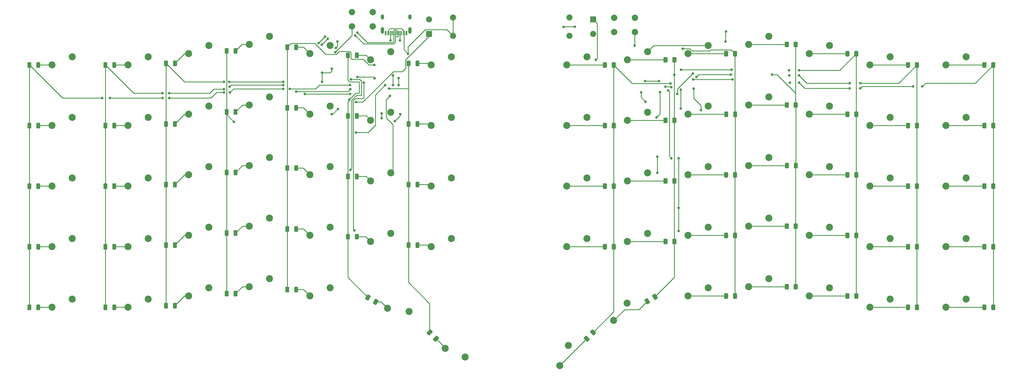
<source format=gbr>
%TF.GenerationSoftware,KiCad,Pcbnew,(5.1.10)-1*%
%TF.CreationDate,2021-08-08T19:29:01+02:00*%
%TF.ProjectId,T1,54312e6b-6963-4616-945f-706362585858,rev?*%
%TF.SameCoordinates,Original*%
%TF.FileFunction,Copper,L1,Top*%
%TF.FilePolarity,Positive*%
%FSLAX46Y46*%
G04 Gerber Fmt 4.6, Leading zero omitted, Abs format (unit mm)*
G04 Created by KiCad (PCBNEW (5.1.10)-1) date 2021-08-08 19:29:01*
%MOMM*%
%LPD*%
G01*
G04 APERTURE LIST*
%TA.AperFunction,ComponentPad*%
%ADD10C,2.200000*%
%TD*%
%TA.AperFunction,SMDPad,CuDef*%
%ADD11R,0.600000X1.450000*%
%TD*%
%TA.AperFunction,SMDPad,CuDef*%
%ADD12R,0.300000X1.450000*%
%TD*%
%TA.AperFunction,ComponentPad*%
%ADD13O,1.000000X2.100000*%
%TD*%
%TA.AperFunction,ComponentPad*%
%ADD14O,1.000000X1.600000*%
%TD*%
%TA.AperFunction,ComponentPad*%
%ADD15C,2.000000*%
%TD*%
%TA.AperFunction,ComponentPad*%
%ADD16C,1.900000*%
%TD*%
%TA.AperFunction,ComponentPad*%
%ADD17R,1.900000X1.900000*%
%TD*%
%TA.AperFunction,ViaPad*%
%ADD18C,0.800000*%
%TD*%
%TA.AperFunction,Conductor*%
%ADD19C,0.250000*%
%TD*%
G04 APERTURE END LIST*
D10*
%TO.P,SW43,2*%
%TO.N,Net-(D41-Pad2)*%
X175418750Y-60864750D03*
%TO.P,SW43,1*%
%TO.N,/rightButtonSheet/row1*%
X181768750Y-58324750D03*
%TD*%
%TO.P,SW16,2*%
%TO.N,Net-(D16-Pad2)*%
X56610250Y-56038750D03*
%TO.P,SW16,1*%
%TO.N,/leftButtonSheet/row1*%
X62960250Y-53498750D03*
%TD*%
%TO.P,SW26,2*%
%TO.N,Net-(D26-Pad2)*%
X94710250Y-60864750D03*
%TO.P,SW26,1*%
%TO.N,/leftButtonSheet/row1*%
X101060250Y-58324750D03*
%TD*%
%TO.P,SW72,2*%
%TO.N,Net-(D70-Pad2)*%
X275494750Y-138715750D03*
%TO.P,SW72,1*%
%TO.N,/rightButtonSheet/row5*%
X281844750Y-136175750D03*
%TD*%
%TO.P,SW71,2*%
%TO.N,Net-(D69-Pad2)*%
X275494750Y-119665750D03*
%TO.P,SW71,1*%
%TO.N,/rightButtonSheet/row4*%
X281844750Y-117125750D03*
%TD*%
%TO.P,SW70,2*%
%TO.N,Net-(D68-Pad2)*%
X275494750Y-100615750D03*
%TO.P,SW70,1*%
%TO.N,/rightButtonSheet/row3*%
X281844750Y-98075750D03*
%TD*%
%TO.P,SW69,2*%
%TO.N,Net-(D67-Pad2)*%
X275494750Y-81565750D03*
%TO.P,SW69,1*%
%TO.N,/rightButtonSheet/row2*%
X281844750Y-79025750D03*
%TD*%
%TO.P,SW68,2*%
%TO.N,Net-(D66-Pad2)*%
X275494750Y-62515750D03*
%TO.P,SW68,1*%
%TO.N,/rightButtonSheet/row1*%
X281844750Y-59975750D03*
%TD*%
%TO.P,SW67,2*%
%TO.N,Net-(D65-Pad2)*%
X251618750Y-138715750D03*
%TO.P,SW67,1*%
%TO.N,/rightButtonSheet/row5*%
X257968750Y-136175750D03*
%TD*%
%TO.P,SW66,2*%
%TO.N,Net-(D64-Pad2)*%
X251618750Y-119665750D03*
%TO.P,SW66,1*%
%TO.N,/rightButtonSheet/row4*%
X257968750Y-117125750D03*
%TD*%
%TO.P,SW65,2*%
%TO.N,Net-(D63-Pad2)*%
X251618750Y-100615750D03*
%TO.P,SW65,1*%
%TO.N,/rightButtonSheet/row3*%
X257968750Y-98075750D03*
%TD*%
%TO.P,SW64,2*%
%TO.N,Net-(D62-Pad2)*%
X251618750Y-81565750D03*
%TO.P,SW64,1*%
%TO.N,/rightButtonSheet/row2*%
X257968750Y-79025750D03*
%TD*%
%TO.P,SW63,2*%
%TO.N,Net-(D61-Pad2)*%
X251618750Y-62515750D03*
%TO.P,SW63,1*%
%TO.N,/rightButtonSheet/row1*%
X257968750Y-59975750D03*
%TD*%
%TO.P,SW62,2*%
%TO.N,Net-(D60-Pad2)*%
X232568750Y-135159750D03*
%TO.P,SW62,1*%
%TO.N,/rightButtonSheet/row5*%
X238918750Y-132619750D03*
%TD*%
%TO.P,SW61,2*%
%TO.N,Net-(D59-Pad2)*%
X232568750Y-116109750D03*
%TO.P,SW61,1*%
%TO.N,/rightButtonSheet/row4*%
X238918750Y-113569750D03*
%TD*%
%TO.P,SW60,2*%
%TO.N,Net-(D58-Pad2)*%
X232568750Y-97059750D03*
%TO.P,SW60,1*%
%TO.N,/rightButtonSheet/row3*%
X238918750Y-94519750D03*
%TD*%
%TO.P,SW59,2*%
%TO.N,Net-(D57-Pad2)*%
X232568750Y-78009750D03*
%TO.P,SW59,1*%
%TO.N,/rightButtonSheet/row2*%
X238918750Y-75469750D03*
%TD*%
%TO.P,SW58,2*%
%TO.N,Net-(D56-Pad2)*%
X232568750Y-58959750D03*
%TO.P,SW58,1*%
%TO.N,/rightButtonSheet/row1*%
X238918750Y-56419750D03*
%TD*%
%TO.P,SW57,2*%
%TO.N,Net-(D55-Pad2)*%
X213518750Y-132238750D03*
%TO.P,SW57,1*%
%TO.N,/rightButtonSheet/row5*%
X219868750Y-129698750D03*
%TD*%
%TO.P,SW56,2*%
%TO.N,Net-(D54-Pad2)*%
X213518750Y-113188750D03*
%TO.P,SW56,1*%
%TO.N,/rightButtonSheet/row4*%
X219868750Y-110648750D03*
%TD*%
%TO.P,SW55,2*%
%TO.N,Net-(D53-Pad2)*%
X213518750Y-94138750D03*
%TO.P,SW55,1*%
%TO.N,/rightButtonSheet/row3*%
X219868750Y-91598750D03*
%TD*%
%TO.P,SW54,2*%
%TO.N,Net-(D52-Pad2)*%
X213518750Y-75088750D03*
%TO.P,SW54,1*%
%TO.N,/rightButtonSheet/row2*%
X219868750Y-72548750D03*
%TD*%
%TO.P,SW53,2*%
%TO.N,Net-(D51-Pad2)*%
X213518750Y-56038750D03*
%TO.P,SW53,1*%
%TO.N,/rightButtonSheet/row1*%
X219868750Y-53498750D03*
%TD*%
%TO.P,SW52,2*%
%TO.N,Net-(D50-Pad2)*%
X194468750Y-135159750D03*
%TO.P,SW52,1*%
%TO.N,/rightButtonSheet/row5*%
X200818750Y-132619750D03*
%TD*%
%TO.P,SW51,2*%
%TO.N,Net-(D49-Pad2)*%
X194468750Y-116109750D03*
%TO.P,SW51,1*%
%TO.N,/rightButtonSheet/row4*%
X200818750Y-113569750D03*
%TD*%
%TO.P,SW50,2*%
%TO.N,Net-(D48-Pad2)*%
X194468750Y-97059750D03*
%TO.P,SW50,1*%
%TO.N,/rightButtonSheet/row3*%
X200818750Y-94519750D03*
%TD*%
%TO.P,SW49,2*%
%TO.N,Net-(D47-Pad2)*%
X194468750Y-78009750D03*
%TO.P,SW49,1*%
%TO.N,/rightButtonSheet/row2*%
X200818750Y-75469750D03*
%TD*%
%TO.P,SW48,2*%
%TO.N,Net-(D46-Pad2)*%
X194468750Y-58959750D03*
%TO.P,SW48,1*%
%TO.N,/rightButtonSheet/row1*%
X200818750Y-56419750D03*
%TD*%
%TO.P,SW47,2*%
%TO.N,Net-(D45-Pad2)*%
X171103194Y-142820455D03*
%TO.P,SW47,1*%
%TO.N,/rightButtonSheet/row5*%
X175332455Y-137445750D03*
%TD*%
%TO.P,SW46,2*%
%TO.N,Net-(D44-Pad2)*%
X175418750Y-118014750D03*
%TO.P,SW46,1*%
%TO.N,/rightButtonSheet/row4*%
X181768750Y-115474750D03*
%TD*%
%TO.P,SW45,2*%
%TO.N,Net-(D43-Pad2)*%
X175418750Y-98964750D03*
%TO.P,SW45,1*%
%TO.N,/rightButtonSheet/row3*%
X181768750Y-96424750D03*
%TD*%
%TO.P,SW44,2*%
%TO.N,Net-(D42-Pad2)*%
X175418750Y-79914750D03*
%TO.P,SW44,1*%
%TO.N,/rightButtonSheet/row2*%
X181768750Y-77374750D03*
%TD*%
%TO.P,SW42,2*%
%TO.N,Net-(D40-Pad2)*%
X154164622Y-157012775D03*
%TO.P,SW42,1*%
%TO.N,/rightButtonSheet/row5*%
X156858699Y-150726596D03*
%TD*%
%TO.P,SW41,2*%
%TO.N,Net-(D39-Pad2)*%
X156368750Y-119665750D03*
%TO.P,SW41,1*%
%TO.N,/rightButtonSheet/row4*%
X162718750Y-117125750D03*
%TD*%
%TO.P,SW40,2*%
%TO.N,Net-(D38-Pad2)*%
X156368750Y-100615750D03*
%TO.P,SW40,1*%
%TO.N,/rightButtonSheet/row3*%
X162718750Y-98075750D03*
%TD*%
%TO.P,SW39,2*%
%TO.N,Net-(D37-Pad2)*%
X156368750Y-81565750D03*
%TO.P,SW39,1*%
%TO.N,/rightButtonSheet/row2*%
X162718750Y-79025750D03*
%TD*%
%TO.P,SW38,2*%
%TO.N,Net-(D36-Pad2)*%
X156368750Y-62515750D03*
%TO.P,SW38,1*%
%TO.N,/rightButtonSheet/row1*%
X162718750Y-59975750D03*
%TD*%
%TO.P,D68,2*%
%TO.N,Net-(D68-Pad2)*%
%TA.AperFunction,SMDPad,CuDef*%
G36*
G01*
X288181750Y-99990750D02*
X288181750Y-101240750D01*
G75*
G02*
X287931750Y-101490750I-250000J0D01*
G01*
X287181750Y-101490750D01*
G75*
G02*
X286931750Y-101240750I0J250000D01*
G01*
X286931750Y-99990750D01*
G75*
G02*
X287181750Y-99740750I250000J0D01*
G01*
X287931750Y-99740750D01*
G75*
G02*
X288181750Y-99990750I0J-250000D01*
G01*
G37*
%TD.AperFunction*%
%TO.P,D68,1*%
%TO.N,/rightButtonSheet/column7*%
%TA.AperFunction,SMDPad,CuDef*%
G36*
G01*
X290981750Y-99990750D02*
X290981750Y-101240750D01*
G75*
G02*
X290731750Y-101490750I-250000J0D01*
G01*
X289981750Y-101490750D01*
G75*
G02*
X289731750Y-101240750I0J250000D01*
G01*
X289731750Y-99990750D01*
G75*
G02*
X289981750Y-99740750I250000J0D01*
G01*
X290731750Y-99740750D01*
G75*
G02*
X290981750Y-99990750I0J-250000D01*
G01*
G37*
%TD.AperFunction*%
%TD*%
%TO.P,D60,2*%
%TO.N,Net-(D60-Pad2)*%
%TA.AperFunction,SMDPad,CuDef*%
G36*
G01*
X245125750Y-134534750D02*
X245125750Y-135784750D01*
G75*
G02*
X244875750Y-136034750I-250000J0D01*
G01*
X244125750Y-136034750D01*
G75*
G02*
X243875750Y-135784750I0J250000D01*
G01*
X243875750Y-134534750D01*
G75*
G02*
X244125750Y-134284750I250000J0D01*
G01*
X244875750Y-134284750D01*
G75*
G02*
X245125750Y-134534750I0J-250000D01*
G01*
G37*
%TD.AperFunction*%
%TO.P,D60,1*%
%TO.N,/rightButtonSheet/column5*%
%TA.AperFunction,SMDPad,CuDef*%
G36*
G01*
X247925750Y-134534750D02*
X247925750Y-135784750D01*
G75*
G02*
X247675750Y-136034750I-250000J0D01*
G01*
X246925750Y-136034750D01*
G75*
G02*
X246675750Y-135784750I0J250000D01*
G01*
X246675750Y-134534750D01*
G75*
G02*
X246925750Y-134284750I250000J0D01*
G01*
X247675750Y-134284750D01*
G75*
G02*
X247925750Y-134534750I0J-250000D01*
G01*
G37*
%TD.AperFunction*%
%TD*%
%TO.P,D45,2*%
%TO.N,Net-(D45-Pad2)*%
%TA.AperFunction,SMDPad,CuDef*%
G36*
G01*
X181858644Y-135959984D02*
X182483644Y-137042516D01*
G75*
G02*
X182392138Y-137384022I-216506J-125000D01*
G01*
X181742618Y-137759022D01*
G75*
G02*
X181401112Y-137667516I-125000J216506D01*
G01*
X180776112Y-136584984D01*
G75*
G02*
X180867618Y-136243478I216506J125000D01*
G01*
X181517138Y-135868478D01*
G75*
G02*
X181858644Y-135959984I125000J-216506D01*
G01*
G37*
%TD.AperFunction*%
%TO.P,D45,1*%
%TO.N,/rightButtonSheet/column2*%
%TA.AperFunction,SMDPad,CuDef*%
G36*
G01*
X184283516Y-134559984D02*
X184908516Y-135642516D01*
G75*
G02*
X184817010Y-135984022I-216506J-125000D01*
G01*
X184167490Y-136359022D01*
G75*
G02*
X183825984Y-136267516I-125000J216506D01*
G01*
X183200984Y-135184984D01*
G75*
G02*
X183292490Y-134843478I216506J125000D01*
G01*
X183942010Y-134468478D01*
G75*
G02*
X184283516Y-134559984I125000J-216506D01*
G01*
G37*
%TD.AperFunction*%
%TD*%
D11*
%TO.P,J1,B1*%
%TO.N,GND*%
X99461250Y-52527250D03*
%TO.P,J1,A9*%
%TO.N,VCC*%
X100261250Y-52527250D03*
%TO.P,J1,B9*%
X105161250Y-52527250D03*
%TO.P,J1,B12*%
%TO.N,GND*%
X105961250Y-52527250D03*
%TO.P,J1,A1*%
X105961250Y-52527250D03*
%TO.P,J1,A4*%
%TO.N,VCC*%
X105161250Y-52527250D03*
%TO.P,J1,B4*%
X100261250Y-52527250D03*
%TO.P,J1,A12*%
%TO.N,GND*%
X99461250Y-52527250D03*
D12*
%TO.P,J1,B8*%
%TO.N,Net-(J1-PadB8)*%
X104461250Y-52527250D03*
%TO.P,J1,A5*%
%TO.N,Net-(J1-PadA5)*%
X103961250Y-52527250D03*
%TO.P,J1,B7*%
%TO.N,Net-(J1-PadA7)*%
X103461250Y-52527250D03*
%TO.P,J1,A7*%
X102461250Y-52527250D03*
%TO.P,J1,B6*%
%TO.N,Net-(J1-PadA6)*%
X101961250Y-52527250D03*
%TO.P,J1,A8*%
%TO.N,Net-(J1-PadA8)*%
X101461250Y-52527250D03*
%TO.P,J1,B5*%
%TO.N,Net-(J1-PadB5)*%
X100961250Y-52527250D03*
%TO.P,J1,A6*%
%TO.N,Net-(J1-PadA6)*%
X102961250Y-52527250D03*
D13*
%TO.P,J1,S1*%
%TO.N,GND*%
X98391250Y-51612250D03*
X107031250Y-51612250D03*
D14*
X107031250Y-47432250D03*
X98391250Y-47432250D03*
%TD*%
D15*
%TO.P,SW37,1*%
%TO.N,Net-(C10-Pad2)*%
X177727750Y-47656750D03*
%TO.P,SW37,2*%
%TO.N,Net-(R5-Pad2)*%
X177727750Y-52156750D03*
%TO.P,SW37,1*%
%TO.N,Net-(C10-Pad2)*%
X171227750Y-47656750D03*
%TO.P,SW37,2*%
%TO.N,Net-(R5-Pad2)*%
X171227750Y-52156750D03*
%TD*%
%TO.P,SW36,1*%
%TO.N,GND*%
X95368250Y-45878750D03*
%TO.P,SW36,2*%
%TO.N,Net-(R1-Pad2)*%
X95368250Y-50378750D03*
%TO.P,SW36,1*%
%TO.N,GND*%
X88868250Y-45878750D03*
%TO.P,SW36,2*%
%TO.N,Net-(R1-Pad2)*%
X88868250Y-50378750D03*
%TD*%
D10*
%TO.P,SW35,2*%
%TO.N,Net-(D35-Pad2)*%
X118142071Y-151642673D03*
%TO.P,SW35,1*%
%TO.N,/leftButtonSheet/row5*%
X124428250Y-154336750D03*
%TD*%
%TO.P,SW34,2*%
%TO.N,Net-(D34-Pad2)*%
X113760250Y-119665750D03*
%TO.P,SW34,1*%
%TO.N,/leftButtonSheet/row4*%
X120110250Y-117125750D03*
%TD*%
%TO.P,SW33,2*%
%TO.N,Net-(D33-Pad2)*%
X113760250Y-100615750D03*
%TO.P,SW33,1*%
%TO.N,/leftButtonSheet/row3*%
X120110250Y-98075750D03*
%TD*%
%TO.P,SW32,2*%
%TO.N,Net-(D32-Pad2)*%
X113760250Y-81565750D03*
%TO.P,SW32,1*%
%TO.N,/leftButtonSheet/row2*%
X120110250Y-79025750D03*
%TD*%
%TO.P,SW31,2*%
%TO.N,Net-(D31-Pad2)*%
X113760250Y-62515750D03*
%TO.P,SW31,1*%
%TO.N,/leftButtonSheet/row1*%
X120110250Y-59975750D03*
%TD*%
%TO.P,SW30,2*%
%TO.N,Net-(D30-Pad2)*%
X100046694Y-139056046D03*
%TO.P,SW30,1*%
%TO.N,/leftButtonSheet/row5*%
X106815955Y-140031341D03*
%TD*%
%TO.P,SW29,2*%
%TO.N,Net-(D29-Pad2)*%
X94710250Y-118014750D03*
%TO.P,SW29,1*%
%TO.N,/leftButtonSheet/row4*%
X101060250Y-115474750D03*
%TD*%
%TO.P,SW28,2*%
%TO.N,Net-(D28-Pad2)*%
X94710250Y-98964750D03*
%TO.P,SW28,1*%
%TO.N,/leftButtonSheet/row3*%
X101060250Y-96424750D03*
%TD*%
%TO.P,SW27,2*%
%TO.N,Net-(D27-Pad2)*%
X94710250Y-79914750D03*
%TO.P,SW27,1*%
%TO.N,/leftButtonSheet/row2*%
X101060250Y-77374750D03*
%TD*%
%TO.P,SW25,2*%
%TO.N,Net-(D25-Pad2)*%
X75660250Y-135159750D03*
%TO.P,SW25,1*%
%TO.N,/leftButtonSheet/row5*%
X82010250Y-132619750D03*
%TD*%
%TO.P,SW24,2*%
%TO.N,Net-(D24-Pad2)*%
X75660250Y-116109750D03*
%TO.P,SW24,1*%
%TO.N,/leftButtonSheet/row4*%
X82010250Y-113569750D03*
%TD*%
%TO.P,SW23,2*%
%TO.N,Net-(D23-Pad2)*%
X75660250Y-97059750D03*
%TO.P,SW23,1*%
%TO.N,/leftButtonSheet/row3*%
X82010250Y-94519750D03*
%TD*%
%TO.P,SW22,2*%
%TO.N,Net-(D22-Pad2)*%
X75660250Y-78009750D03*
%TO.P,SW22,1*%
%TO.N,/leftButtonSheet/row2*%
X82010250Y-75469750D03*
%TD*%
%TO.P,SW21,2*%
%TO.N,Net-(D21-Pad2)*%
X75660250Y-58959750D03*
%TO.P,SW21,1*%
%TO.N,/leftButtonSheet/row1*%
X82010250Y-56419750D03*
%TD*%
%TO.P,SW20,2*%
%TO.N,Net-(D20-Pad2)*%
X56610250Y-132238750D03*
%TO.P,SW20,1*%
%TO.N,/leftButtonSheet/row5*%
X62960250Y-129698750D03*
%TD*%
%TO.P,SW19,2*%
%TO.N,Net-(D19-Pad2)*%
X56610250Y-113188750D03*
%TO.P,SW19,1*%
%TO.N,/leftButtonSheet/row4*%
X62960250Y-110648750D03*
%TD*%
%TO.P,SW18,2*%
%TO.N,Net-(D18-Pad2)*%
X56610250Y-94138750D03*
%TO.P,SW18,1*%
%TO.N,/leftButtonSheet/row3*%
X62960250Y-91598750D03*
%TD*%
%TO.P,SW17,2*%
%TO.N,Net-(D17-Pad2)*%
X56610250Y-75088750D03*
%TO.P,SW17,1*%
%TO.N,/leftButtonSheet/row2*%
X62960250Y-72548750D03*
%TD*%
%TO.P,SW15,2*%
%TO.N,Net-(D15-Pad2)*%
X37560250Y-135159750D03*
%TO.P,SW15,1*%
%TO.N,/leftButtonSheet/row5*%
X43910250Y-132619750D03*
%TD*%
%TO.P,SW14,2*%
%TO.N,Net-(D14-Pad2)*%
X37560250Y-116109750D03*
%TO.P,SW14,1*%
%TO.N,/leftButtonSheet/row4*%
X43910250Y-113569750D03*
%TD*%
%TO.P,SW13,2*%
%TO.N,Net-(D13-Pad2)*%
X37560250Y-97059750D03*
%TO.P,SW13,1*%
%TO.N,/leftButtonSheet/row3*%
X43910250Y-94519750D03*
%TD*%
%TO.P,SW12,2*%
%TO.N,Net-(D12-Pad2)*%
X37560250Y-78009750D03*
%TO.P,SW12,1*%
%TO.N,/leftButtonSheet/row2*%
X43910250Y-75469750D03*
%TD*%
%TO.P,SW11,2*%
%TO.N,Net-(D11-Pad2)*%
X37560250Y-58959750D03*
%TO.P,SW11,1*%
%TO.N,/leftButtonSheet/row1*%
X43910250Y-56419750D03*
%TD*%
%TO.P,SW10,2*%
%TO.N,Net-(D10-Pad2)*%
X18510250Y-138715750D03*
%TO.P,SW10,1*%
%TO.N,/leftButtonSheet/row5*%
X24860250Y-136175750D03*
%TD*%
%TO.P,SW9,2*%
%TO.N,Net-(D9-Pad2)*%
X18510250Y-119665750D03*
%TO.P,SW9,1*%
%TO.N,/leftButtonSheet/row4*%
X24860250Y-117125750D03*
%TD*%
%TO.P,SW8,2*%
%TO.N,Net-(D8-Pad2)*%
X18510250Y-100615750D03*
%TO.P,SW8,1*%
%TO.N,/leftButtonSheet/row3*%
X24860250Y-98075750D03*
%TD*%
%TO.P,SW7,2*%
%TO.N,Net-(D7-Pad2)*%
X18510250Y-81565750D03*
%TO.P,SW7,1*%
%TO.N,/leftButtonSheet/row2*%
X24860250Y-79025750D03*
%TD*%
%TO.P,SW6,2*%
%TO.N,Net-(D6-Pad2)*%
X18510250Y-62515750D03*
%TO.P,SW6,1*%
%TO.N,/leftButtonSheet/row1*%
X24860250Y-59975750D03*
%TD*%
%TO.P,SW5,2*%
%TO.N,Net-(D5-Pad2)*%
X-5365750Y-138715750D03*
%TO.P,SW5,1*%
%TO.N,/leftButtonSheet/row5*%
X984250Y-136175750D03*
%TD*%
%TO.P,SW4,2*%
%TO.N,Net-(D4-Pad2)*%
X-5365750Y-119665750D03*
%TO.P,SW4,1*%
%TO.N,/leftButtonSheet/row4*%
X984250Y-117125750D03*
%TD*%
%TO.P,SW3,2*%
%TO.N,Net-(D3-Pad2)*%
X-5365750Y-100615750D03*
%TO.P,SW3,1*%
%TO.N,/leftButtonSheet/row3*%
X984250Y-98075750D03*
%TD*%
%TO.P,SW2,2*%
%TO.N,Net-(D2-Pad2)*%
X-5365750Y-81565750D03*
%TO.P,SW2,1*%
%TO.N,/leftButtonSheet/row2*%
X984250Y-79025750D03*
%TD*%
%TO.P,SW1,2*%
%TO.N,Net-(D1-Pad2)*%
X-5365750Y-62515750D03*
%TO.P,SW1,1*%
%TO.N,/leftButtonSheet/row1*%
X984250Y-59975750D03*
%TD*%
D16*
%TO.P,J3,S*%
%TO.N,Net-(C10-Pad2)*%
X164646750Y-52700750D03*
D17*
%TO.P,J3,R*%
%TO.N,Net-(J3-PadR)*%
X164646750Y-48200750D03*
D16*
%TO.P,J3,T*%
%TO.N,Net-(J3-PadT)*%
X157146750Y-53350750D03*
X157146750Y-47550750D03*
%TD*%
%TO.P,J2,S*%
%TO.N,GND*%
X113102250Y-48200750D03*
D17*
%TO.P,J2,R*%
%TO.N,Net-(J2-PadR)*%
X113102250Y-52700750D03*
D16*
%TO.P,J2,T*%
%TO.N,VCC*%
X120602250Y-47550750D03*
X120602250Y-53350750D03*
%TD*%
%TO.P,D70,2*%
%TO.N,Net-(D70-Pad2)*%
%TA.AperFunction,SMDPad,CuDef*%
G36*
G01*
X288181750Y-138090750D02*
X288181750Y-139340750D01*
G75*
G02*
X287931750Y-139590750I-250000J0D01*
G01*
X287181750Y-139590750D01*
G75*
G02*
X286931750Y-139340750I0J250000D01*
G01*
X286931750Y-138090750D01*
G75*
G02*
X287181750Y-137840750I250000J0D01*
G01*
X287931750Y-137840750D01*
G75*
G02*
X288181750Y-138090750I0J-250000D01*
G01*
G37*
%TD.AperFunction*%
%TO.P,D70,1*%
%TO.N,/rightButtonSheet/column7*%
%TA.AperFunction,SMDPad,CuDef*%
G36*
G01*
X290981750Y-138090750D02*
X290981750Y-139340750D01*
G75*
G02*
X290731750Y-139590750I-250000J0D01*
G01*
X289981750Y-139590750D01*
G75*
G02*
X289731750Y-139340750I0J250000D01*
G01*
X289731750Y-138090750D01*
G75*
G02*
X289981750Y-137840750I250000J0D01*
G01*
X290731750Y-137840750D01*
G75*
G02*
X290981750Y-138090750I0J-250000D01*
G01*
G37*
%TD.AperFunction*%
%TD*%
%TO.P,D69,2*%
%TO.N,Net-(D69-Pad2)*%
%TA.AperFunction,SMDPad,CuDef*%
G36*
G01*
X288181750Y-119040750D02*
X288181750Y-120290750D01*
G75*
G02*
X287931750Y-120540750I-250000J0D01*
G01*
X287181750Y-120540750D01*
G75*
G02*
X286931750Y-120290750I0J250000D01*
G01*
X286931750Y-119040750D01*
G75*
G02*
X287181750Y-118790750I250000J0D01*
G01*
X287931750Y-118790750D01*
G75*
G02*
X288181750Y-119040750I0J-250000D01*
G01*
G37*
%TD.AperFunction*%
%TO.P,D69,1*%
%TO.N,/rightButtonSheet/column7*%
%TA.AperFunction,SMDPad,CuDef*%
G36*
G01*
X290981750Y-119040750D02*
X290981750Y-120290750D01*
G75*
G02*
X290731750Y-120540750I-250000J0D01*
G01*
X289981750Y-120540750D01*
G75*
G02*
X289731750Y-120290750I0J250000D01*
G01*
X289731750Y-119040750D01*
G75*
G02*
X289981750Y-118790750I250000J0D01*
G01*
X290731750Y-118790750D01*
G75*
G02*
X290981750Y-119040750I0J-250000D01*
G01*
G37*
%TD.AperFunction*%
%TD*%
%TO.P,D67,2*%
%TO.N,Net-(D67-Pad2)*%
%TA.AperFunction,SMDPad,CuDef*%
G36*
G01*
X288181750Y-80940750D02*
X288181750Y-82190750D01*
G75*
G02*
X287931750Y-82440750I-250000J0D01*
G01*
X287181750Y-82440750D01*
G75*
G02*
X286931750Y-82190750I0J250000D01*
G01*
X286931750Y-80940750D01*
G75*
G02*
X287181750Y-80690750I250000J0D01*
G01*
X287931750Y-80690750D01*
G75*
G02*
X288181750Y-80940750I0J-250000D01*
G01*
G37*
%TD.AperFunction*%
%TO.P,D67,1*%
%TO.N,/rightButtonSheet/column7*%
%TA.AperFunction,SMDPad,CuDef*%
G36*
G01*
X290981750Y-80940750D02*
X290981750Y-82190750D01*
G75*
G02*
X290731750Y-82440750I-250000J0D01*
G01*
X289981750Y-82440750D01*
G75*
G02*
X289731750Y-82190750I0J250000D01*
G01*
X289731750Y-80940750D01*
G75*
G02*
X289981750Y-80690750I250000J0D01*
G01*
X290731750Y-80690750D01*
G75*
G02*
X290981750Y-80940750I0J-250000D01*
G01*
G37*
%TD.AperFunction*%
%TD*%
%TO.P,D66,2*%
%TO.N,Net-(D66-Pad2)*%
%TA.AperFunction,SMDPad,CuDef*%
G36*
G01*
X288181750Y-61890750D02*
X288181750Y-63140750D01*
G75*
G02*
X287931750Y-63390750I-250000J0D01*
G01*
X287181750Y-63390750D01*
G75*
G02*
X286931750Y-63140750I0J250000D01*
G01*
X286931750Y-61890750D01*
G75*
G02*
X287181750Y-61640750I250000J0D01*
G01*
X287931750Y-61640750D01*
G75*
G02*
X288181750Y-61890750I0J-250000D01*
G01*
G37*
%TD.AperFunction*%
%TO.P,D66,1*%
%TO.N,/rightButtonSheet/column7*%
%TA.AperFunction,SMDPad,CuDef*%
G36*
G01*
X290981750Y-61890750D02*
X290981750Y-63140750D01*
G75*
G02*
X290731750Y-63390750I-250000J0D01*
G01*
X289981750Y-63390750D01*
G75*
G02*
X289731750Y-63140750I0J250000D01*
G01*
X289731750Y-61890750D01*
G75*
G02*
X289981750Y-61640750I250000J0D01*
G01*
X290731750Y-61640750D01*
G75*
G02*
X290981750Y-61890750I0J-250000D01*
G01*
G37*
%TD.AperFunction*%
%TD*%
%TO.P,D65,2*%
%TO.N,Net-(D65-Pad2)*%
%TA.AperFunction,SMDPad,CuDef*%
G36*
G01*
X264178750Y-138090750D02*
X264178750Y-139340750D01*
G75*
G02*
X263928750Y-139590750I-250000J0D01*
G01*
X263178750Y-139590750D01*
G75*
G02*
X262928750Y-139340750I0J250000D01*
G01*
X262928750Y-138090750D01*
G75*
G02*
X263178750Y-137840750I250000J0D01*
G01*
X263928750Y-137840750D01*
G75*
G02*
X264178750Y-138090750I0J-250000D01*
G01*
G37*
%TD.AperFunction*%
%TO.P,D65,1*%
%TO.N,/rightButtonSheet/column6*%
%TA.AperFunction,SMDPad,CuDef*%
G36*
G01*
X266978750Y-138090750D02*
X266978750Y-139340750D01*
G75*
G02*
X266728750Y-139590750I-250000J0D01*
G01*
X265978750Y-139590750D01*
G75*
G02*
X265728750Y-139340750I0J250000D01*
G01*
X265728750Y-138090750D01*
G75*
G02*
X265978750Y-137840750I250000J0D01*
G01*
X266728750Y-137840750D01*
G75*
G02*
X266978750Y-138090750I0J-250000D01*
G01*
G37*
%TD.AperFunction*%
%TD*%
%TO.P,D64,2*%
%TO.N,Net-(D64-Pad2)*%
%TA.AperFunction,SMDPad,CuDef*%
G36*
G01*
X264178750Y-119040750D02*
X264178750Y-120290750D01*
G75*
G02*
X263928750Y-120540750I-250000J0D01*
G01*
X263178750Y-120540750D01*
G75*
G02*
X262928750Y-120290750I0J250000D01*
G01*
X262928750Y-119040750D01*
G75*
G02*
X263178750Y-118790750I250000J0D01*
G01*
X263928750Y-118790750D01*
G75*
G02*
X264178750Y-119040750I0J-250000D01*
G01*
G37*
%TD.AperFunction*%
%TO.P,D64,1*%
%TO.N,/rightButtonSheet/column6*%
%TA.AperFunction,SMDPad,CuDef*%
G36*
G01*
X266978750Y-119040750D02*
X266978750Y-120290750D01*
G75*
G02*
X266728750Y-120540750I-250000J0D01*
G01*
X265978750Y-120540750D01*
G75*
G02*
X265728750Y-120290750I0J250000D01*
G01*
X265728750Y-119040750D01*
G75*
G02*
X265978750Y-118790750I250000J0D01*
G01*
X266728750Y-118790750D01*
G75*
G02*
X266978750Y-119040750I0J-250000D01*
G01*
G37*
%TD.AperFunction*%
%TD*%
%TO.P,D63,2*%
%TO.N,Net-(D63-Pad2)*%
%TA.AperFunction,SMDPad,CuDef*%
G36*
G01*
X264175750Y-99990750D02*
X264175750Y-101240750D01*
G75*
G02*
X263925750Y-101490750I-250000J0D01*
G01*
X263175750Y-101490750D01*
G75*
G02*
X262925750Y-101240750I0J250000D01*
G01*
X262925750Y-99990750D01*
G75*
G02*
X263175750Y-99740750I250000J0D01*
G01*
X263925750Y-99740750D01*
G75*
G02*
X264175750Y-99990750I0J-250000D01*
G01*
G37*
%TD.AperFunction*%
%TO.P,D63,1*%
%TO.N,/rightButtonSheet/column6*%
%TA.AperFunction,SMDPad,CuDef*%
G36*
G01*
X266975750Y-99990750D02*
X266975750Y-101240750D01*
G75*
G02*
X266725750Y-101490750I-250000J0D01*
G01*
X265975750Y-101490750D01*
G75*
G02*
X265725750Y-101240750I0J250000D01*
G01*
X265725750Y-99990750D01*
G75*
G02*
X265975750Y-99740750I250000J0D01*
G01*
X266725750Y-99740750D01*
G75*
G02*
X266975750Y-99990750I0J-250000D01*
G01*
G37*
%TD.AperFunction*%
%TD*%
%TO.P,D62,2*%
%TO.N,Net-(D62-Pad2)*%
%TA.AperFunction,SMDPad,CuDef*%
G36*
G01*
X264178750Y-80940750D02*
X264178750Y-82190750D01*
G75*
G02*
X263928750Y-82440750I-250000J0D01*
G01*
X263178750Y-82440750D01*
G75*
G02*
X262928750Y-82190750I0J250000D01*
G01*
X262928750Y-80940750D01*
G75*
G02*
X263178750Y-80690750I250000J0D01*
G01*
X263928750Y-80690750D01*
G75*
G02*
X264178750Y-80940750I0J-250000D01*
G01*
G37*
%TD.AperFunction*%
%TO.P,D62,1*%
%TO.N,/rightButtonSheet/column6*%
%TA.AperFunction,SMDPad,CuDef*%
G36*
G01*
X266978750Y-80940750D02*
X266978750Y-82190750D01*
G75*
G02*
X266728750Y-82440750I-250000J0D01*
G01*
X265978750Y-82440750D01*
G75*
G02*
X265728750Y-82190750I0J250000D01*
G01*
X265728750Y-80940750D01*
G75*
G02*
X265978750Y-80690750I250000J0D01*
G01*
X266728750Y-80690750D01*
G75*
G02*
X266978750Y-80940750I0J-250000D01*
G01*
G37*
%TD.AperFunction*%
%TD*%
%TO.P,D61,2*%
%TO.N,Net-(D61-Pad2)*%
%TA.AperFunction,SMDPad,CuDef*%
G36*
G01*
X264178750Y-61890750D02*
X264178750Y-63140750D01*
G75*
G02*
X263928750Y-63390750I-250000J0D01*
G01*
X263178750Y-63390750D01*
G75*
G02*
X262928750Y-63140750I0J250000D01*
G01*
X262928750Y-61890750D01*
G75*
G02*
X263178750Y-61640750I250000J0D01*
G01*
X263928750Y-61640750D01*
G75*
G02*
X264178750Y-61890750I0J-250000D01*
G01*
G37*
%TD.AperFunction*%
%TO.P,D61,1*%
%TO.N,/rightButtonSheet/column6*%
%TA.AperFunction,SMDPad,CuDef*%
G36*
G01*
X266978750Y-61890750D02*
X266978750Y-63140750D01*
G75*
G02*
X266728750Y-63390750I-250000J0D01*
G01*
X265978750Y-63390750D01*
G75*
G02*
X265728750Y-63140750I0J250000D01*
G01*
X265728750Y-61890750D01*
G75*
G02*
X265978750Y-61640750I250000J0D01*
G01*
X266728750Y-61640750D01*
G75*
G02*
X266978750Y-61890750I0J-250000D01*
G01*
G37*
%TD.AperFunction*%
%TD*%
%TO.P,D59,2*%
%TO.N,Net-(D59-Pad2)*%
%TA.AperFunction,SMDPad,CuDef*%
G36*
G01*
X245128750Y-115484750D02*
X245128750Y-116734750D01*
G75*
G02*
X244878750Y-116984750I-250000J0D01*
G01*
X244128750Y-116984750D01*
G75*
G02*
X243878750Y-116734750I0J250000D01*
G01*
X243878750Y-115484750D01*
G75*
G02*
X244128750Y-115234750I250000J0D01*
G01*
X244878750Y-115234750D01*
G75*
G02*
X245128750Y-115484750I0J-250000D01*
G01*
G37*
%TD.AperFunction*%
%TO.P,D59,1*%
%TO.N,/rightButtonSheet/column5*%
%TA.AperFunction,SMDPad,CuDef*%
G36*
G01*
X247928750Y-115484750D02*
X247928750Y-116734750D01*
G75*
G02*
X247678750Y-116984750I-250000J0D01*
G01*
X246928750Y-116984750D01*
G75*
G02*
X246678750Y-116734750I0J250000D01*
G01*
X246678750Y-115484750D01*
G75*
G02*
X246928750Y-115234750I250000J0D01*
G01*
X247678750Y-115234750D01*
G75*
G02*
X247928750Y-115484750I0J-250000D01*
G01*
G37*
%TD.AperFunction*%
%TD*%
%TO.P,D58,2*%
%TO.N,Net-(D58-Pad2)*%
%TA.AperFunction,SMDPad,CuDef*%
G36*
G01*
X245128750Y-96434750D02*
X245128750Y-97684750D01*
G75*
G02*
X244878750Y-97934750I-250000J0D01*
G01*
X244128750Y-97934750D01*
G75*
G02*
X243878750Y-97684750I0J250000D01*
G01*
X243878750Y-96434750D01*
G75*
G02*
X244128750Y-96184750I250000J0D01*
G01*
X244878750Y-96184750D01*
G75*
G02*
X245128750Y-96434750I0J-250000D01*
G01*
G37*
%TD.AperFunction*%
%TO.P,D58,1*%
%TO.N,/rightButtonSheet/column5*%
%TA.AperFunction,SMDPad,CuDef*%
G36*
G01*
X247928750Y-96434750D02*
X247928750Y-97684750D01*
G75*
G02*
X247678750Y-97934750I-250000J0D01*
G01*
X246928750Y-97934750D01*
G75*
G02*
X246678750Y-97684750I0J250000D01*
G01*
X246678750Y-96434750D01*
G75*
G02*
X246928750Y-96184750I250000J0D01*
G01*
X247678750Y-96184750D01*
G75*
G02*
X247928750Y-96434750I0J-250000D01*
G01*
G37*
%TD.AperFunction*%
%TD*%
%TO.P,D57,2*%
%TO.N,Net-(D57-Pad2)*%
%TA.AperFunction,SMDPad,CuDef*%
G36*
G01*
X245128750Y-77384750D02*
X245128750Y-78634750D01*
G75*
G02*
X244878750Y-78884750I-250000J0D01*
G01*
X244128750Y-78884750D01*
G75*
G02*
X243878750Y-78634750I0J250000D01*
G01*
X243878750Y-77384750D01*
G75*
G02*
X244128750Y-77134750I250000J0D01*
G01*
X244878750Y-77134750D01*
G75*
G02*
X245128750Y-77384750I0J-250000D01*
G01*
G37*
%TD.AperFunction*%
%TO.P,D57,1*%
%TO.N,/rightButtonSheet/column5*%
%TA.AperFunction,SMDPad,CuDef*%
G36*
G01*
X247928750Y-77384750D02*
X247928750Y-78634750D01*
G75*
G02*
X247678750Y-78884750I-250000J0D01*
G01*
X246928750Y-78884750D01*
G75*
G02*
X246678750Y-78634750I0J250000D01*
G01*
X246678750Y-77384750D01*
G75*
G02*
X246928750Y-77134750I250000J0D01*
G01*
X247678750Y-77134750D01*
G75*
G02*
X247928750Y-77384750I0J-250000D01*
G01*
G37*
%TD.AperFunction*%
%TD*%
%TO.P,D56,2*%
%TO.N,Net-(D56-Pad2)*%
%TA.AperFunction,SMDPad,CuDef*%
G36*
G01*
X245128750Y-58334750D02*
X245128750Y-59584750D01*
G75*
G02*
X244878750Y-59834750I-250000J0D01*
G01*
X244128750Y-59834750D01*
G75*
G02*
X243878750Y-59584750I0J250000D01*
G01*
X243878750Y-58334750D01*
G75*
G02*
X244128750Y-58084750I250000J0D01*
G01*
X244878750Y-58084750D01*
G75*
G02*
X245128750Y-58334750I0J-250000D01*
G01*
G37*
%TD.AperFunction*%
%TO.P,D56,1*%
%TO.N,/rightButtonSheet/column5*%
%TA.AperFunction,SMDPad,CuDef*%
G36*
G01*
X247928750Y-58334750D02*
X247928750Y-59584750D01*
G75*
G02*
X247678750Y-59834750I-250000J0D01*
G01*
X246928750Y-59834750D01*
G75*
G02*
X246678750Y-59584750I0J250000D01*
G01*
X246678750Y-58334750D01*
G75*
G02*
X246928750Y-58084750I250000J0D01*
G01*
X247678750Y-58084750D01*
G75*
G02*
X247928750Y-58334750I0J-250000D01*
G01*
G37*
%TD.AperFunction*%
%TD*%
%TO.P,D55,2*%
%TO.N,Net-(D55-Pad2)*%
%TA.AperFunction,SMDPad,CuDef*%
G36*
G01*
X226078750Y-131613750D02*
X226078750Y-132863750D01*
G75*
G02*
X225828750Y-133113750I-250000J0D01*
G01*
X225078750Y-133113750D01*
G75*
G02*
X224828750Y-132863750I0J250000D01*
G01*
X224828750Y-131613750D01*
G75*
G02*
X225078750Y-131363750I250000J0D01*
G01*
X225828750Y-131363750D01*
G75*
G02*
X226078750Y-131613750I0J-250000D01*
G01*
G37*
%TD.AperFunction*%
%TO.P,D55,1*%
%TO.N,/rightButtonSheet/column4*%
%TA.AperFunction,SMDPad,CuDef*%
G36*
G01*
X228878750Y-131613750D02*
X228878750Y-132863750D01*
G75*
G02*
X228628750Y-133113750I-250000J0D01*
G01*
X227878750Y-133113750D01*
G75*
G02*
X227628750Y-132863750I0J250000D01*
G01*
X227628750Y-131613750D01*
G75*
G02*
X227878750Y-131363750I250000J0D01*
G01*
X228628750Y-131363750D01*
G75*
G02*
X228878750Y-131613750I0J-250000D01*
G01*
G37*
%TD.AperFunction*%
%TD*%
%TO.P,D54,2*%
%TO.N,Net-(D54-Pad2)*%
%TA.AperFunction,SMDPad,CuDef*%
G36*
G01*
X226078750Y-112563750D02*
X226078750Y-113813750D01*
G75*
G02*
X225828750Y-114063750I-250000J0D01*
G01*
X225078750Y-114063750D01*
G75*
G02*
X224828750Y-113813750I0J250000D01*
G01*
X224828750Y-112563750D01*
G75*
G02*
X225078750Y-112313750I250000J0D01*
G01*
X225828750Y-112313750D01*
G75*
G02*
X226078750Y-112563750I0J-250000D01*
G01*
G37*
%TD.AperFunction*%
%TO.P,D54,1*%
%TO.N,/rightButtonSheet/column4*%
%TA.AperFunction,SMDPad,CuDef*%
G36*
G01*
X228878750Y-112563750D02*
X228878750Y-113813750D01*
G75*
G02*
X228628750Y-114063750I-250000J0D01*
G01*
X227878750Y-114063750D01*
G75*
G02*
X227628750Y-113813750I0J250000D01*
G01*
X227628750Y-112563750D01*
G75*
G02*
X227878750Y-112313750I250000J0D01*
G01*
X228628750Y-112313750D01*
G75*
G02*
X228878750Y-112563750I0J-250000D01*
G01*
G37*
%TD.AperFunction*%
%TD*%
%TO.P,D53,2*%
%TO.N,Net-(D53-Pad2)*%
%TA.AperFunction,SMDPad,CuDef*%
G36*
G01*
X226139250Y-93513750D02*
X226139250Y-94763750D01*
G75*
G02*
X225889250Y-95013750I-250000J0D01*
G01*
X225139250Y-95013750D01*
G75*
G02*
X224889250Y-94763750I0J250000D01*
G01*
X224889250Y-93513750D01*
G75*
G02*
X225139250Y-93263750I250000J0D01*
G01*
X225889250Y-93263750D01*
G75*
G02*
X226139250Y-93513750I0J-250000D01*
G01*
G37*
%TD.AperFunction*%
%TO.P,D53,1*%
%TO.N,/rightButtonSheet/column4*%
%TA.AperFunction,SMDPad,CuDef*%
G36*
G01*
X228939250Y-93513750D02*
X228939250Y-94763750D01*
G75*
G02*
X228689250Y-95013750I-250000J0D01*
G01*
X227939250Y-95013750D01*
G75*
G02*
X227689250Y-94763750I0J250000D01*
G01*
X227689250Y-93513750D01*
G75*
G02*
X227939250Y-93263750I250000J0D01*
G01*
X228689250Y-93263750D01*
G75*
G02*
X228939250Y-93513750I0J-250000D01*
G01*
G37*
%TD.AperFunction*%
%TD*%
%TO.P,D52,2*%
%TO.N,Net-(D52-Pad2)*%
%TA.AperFunction,SMDPad,CuDef*%
G36*
G01*
X226078750Y-74463750D02*
X226078750Y-75713750D01*
G75*
G02*
X225828750Y-75963750I-250000J0D01*
G01*
X225078750Y-75963750D01*
G75*
G02*
X224828750Y-75713750I0J250000D01*
G01*
X224828750Y-74463750D01*
G75*
G02*
X225078750Y-74213750I250000J0D01*
G01*
X225828750Y-74213750D01*
G75*
G02*
X226078750Y-74463750I0J-250000D01*
G01*
G37*
%TD.AperFunction*%
%TO.P,D52,1*%
%TO.N,/rightButtonSheet/column4*%
%TA.AperFunction,SMDPad,CuDef*%
G36*
G01*
X228878750Y-74463750D02*
X228878750Y-75713750D01*
G75*
G02*
X228628750Y-75963750I-250000J0D01*
G01*
X227878750Y-75963750D01*
G75*
G02*
X227628750Y-75713750I0J250000D01*
G01*
X227628750Y-74463750D01*
G75*
G02*
X227878750Y-74213750I250000J0D01*
G01*
X228628750Y-74213750D01*
G75*
G02*
X228878750Y-74463750I0J-250000D01*
G01*
G37*
%TD.AperFunction*%
%TD*%
%TO.P,D51,2*%
%TO.N,Net-(D51-Pad2)*%
%TA.AperFunction,SMDPad,CuDef*%
G36*
G01*
X226075750Y-55413750D02*
X226075750Y-56663750D01*
G75*
G02*
X225825750Y-56913750I-250000J0D01*
G01*
X225075750Y-56913750D01*
G75*
G02*
X224825750Y-56663750I0J250000D01*
G01*
X224825750Y-55413750D01*
G75*
G02*
X225075750Y-55163750I250000J0D01*
G01*
X225825750Y-55163750D01*
G75*
G02*
X226075750Y-55413750I0J-250000D01*
G01*
G37*
%TD.AperFunction*%
%TO.P,D51,1*%
%TO.N,/rightButtonSheet/column4*%
%TA.AperFunction,SMDPad,CuDef*%
G36*
G01*
X228875750Y-55413750D02*
X228875750Y-56663750D01*
G75*
G02*
X228625750Y-56913750I-250000J0D01*
G01*
X227875750Y-56913750D01*
G75*
G02*
X227625750Y-56663750I0J250000D01*
G01*
X227625750Y-55413750D01*
G75*
G02*
X227875750Y-55163750I250000J0D01*
G01*
X228625750Y-55163750D01*
G75*
G02*
X228875750Y-55413750I0J-250000D01*
G01*
G37*
%TD.AperFunction*%
%TD*%
%TO.P,D50,2*%
%TO.N,Net-(D50-Pad2)*%
%TA.AperFunction,SMDPad,CuDef*%
G36*
G01*
X207028750Y-134534750D02*
X207028750Y-135784750D01*
G75*
G02*
X206778750Y-136034750I-250000J0D01*
G01*
X206028750Y-136034750D01*
G75*
G02*
X205778750Y-135784750I0J250000D01*
G01*
X205778750Y-134534750D01*
G75*
G02*
X206028750Y-134284750I250000J0D01*
G01*
X206778750Y-134284750D01*
G75*
G02*
X207028750Y-134534750I0J-250000D01*
G01*
G37*
%TD.AperFunction*%
%TO.P,D50,1*%
%TO.N,/rightButtonSheet/column3*%
%TA.AperFunction,SMDPad,CuDef*%
G36*
G01*
X209828750Y-134534750D02*
X209828750Y-135784750D01*
G75*
G02*
X209578750Y-136034750I-250000J0D01*
G01*
X208828750Y-136034750D01*
G75*
G02*
X208578750Y-135784750I0J250000D01*
G01*
X208578750Y-134534750D01*
G75*
G02*
X208828750Y-134284750I250000J0D01*
G01*
X209578750Y-134284750D01*
G75*
G02*
X209828750Y-134534750I0J-250000D01*
G01*
G37*
%TD.AperFunction*%
%TD*%
%TO.P,D49,2*%
%TO.N,Net-(D49-Pad2)*%
%TA.AperFunction,SMDPad,CuDef*%
G36*
G01*
X207028750Y-115484750D02*
X207028750Y-116734750D01*
G75*
G02*
X206778750Y-116984750I-250000J0D01*
G01*
X206028750Y-116984750D01*
G75*
G02*
X205778750Y-116734750I0J250000D01*
G01*
X205778750Y-115484750D01*
G75*
G02*
X206028750Y-115234750I250000J0D01*
G01*
X206778750Y-115234750D01*
G75*
G02*
X207028750Y-115484750I0J-250000D01*
G01*
G37*
%TD.AperFunction*%
%TO.P,D49,1*%
%TO.N,/rightButtonSheet/column3*%
%TA.AperFunction,SMDPad,CuDef*%
G36*
G01*
X209828750Y-115484750D02*
X209828750Y-116734750D01*
G75*
G02*
X209578750Y-116984750I-250000J0D01*
G01*
X208828750Y-116984750D01*
G75*
G02*
X208578750Y-116734750I0J250000D01*
G01*
X208578750Y-115484750D01*
G75*
G02*
X208828750Y-115234750I250000J0D01*
G01*
X209578750Y-115234750D01*
G75*
G02*
X209828750Y-115484750I0J-250000D01*
G01*
G37*
%TD.AperFunction*%
%TD*%
%TO.P,D48,2*%
%TO.N,Net-(D48-Pad2)*%
%TA.AperFunction,SMDPad,CuDef*%
G36*
G01*
X207028750Y-96434750D02*
X207028750Y-97684750D01*
G75*
G02*
X206778750Y-97934750I-250000J0D01*
G01*
X206028750Y-97934750D01*
G75*
G02*
X205778750Y-97684750I0J250000D01*
G01*
X205778750Y-96434750D01*
G75*
G02*
X206028750Y-96184750I250000J0D01*
G01*
X206778750Y-96184750D01*
G75*
G02*
X207028750Y-96434750I0J-250000D01*
G01*
G37*
%TD.AperFunction*%
%TO.P,D48,1*%
%TO.N,/rightButtonSheet/column3*%
%TA.AperFunction,SMDPad,CuDef*%
G36*
G01*
X209828750Y-96434750D02*
X209828750Y-97684750D01*
G75*
G02*
X209578750Y-97934750I-250000J0D01*
G01*
X208828750Y-97934750D01*
G75*
G02*
X208578750Y-97684750I0J250000D01*
G01*
X208578750Y-96434750D01*
G75*
G02*
X208828750Y-96184750I250000J0D01*
G01*
X209578750Y-96184750D01*
G75*
G02*
X209828750Y-96434750I0J-250000D01*
G01*
G37*
%TD.AperFunction*%
%TD*%
%TO.P,D47,2*%
%TO.N,Net-(D47-Pad2)*%
%TA.AperFunction,SMDPad,CuDef*%
G36*
G01*
X207092250Y-77384750D02*
X207092250Y-78634750D01*
G75*
G02*
X206842250Y-78884750I-250000J0D01*
G01*
X206092250Y-78884750D01*
G75*
G02*
X205842250Y-78634750I0J250000D01*
G01*
X205842250Y-77384750D01*
G75*
G02*
X206092250Y-77134750I250000J0D01*
G01*
X206842250Y-77134750D01*
G75*
G02*
X207092250Y-77384750I0J-250000D01*
G01*
G37*
%TD.AperFunction*%
%TO.P,D47,1*%
%TO.N,/rightButtonSheet/column3*%
%TA.AperFunction,SMDPad,CuDef*%
G36*
G01*
X209892250Y-77384750D02*
X209892250Y-78634750D01*
G75*
G02*
X209642250Y-78884750I-250000J0D01*
G01*
X208892250Y-78884750D01*
G75*
G02*
X208642250Y-78634750I0J250000D01*
G01*
X208642250Y-77384750D01*
G75*
G02*
X208892250Y-77134750I250000J0D01*
G01*
X209642250Y-77134750D01*
G75*
G02*
X209892250Y-77384750I0J-250000D01*
G01*
G37*
%TD.AperFunction*%
%TD*%
%TO.P,D46,2*%
%TO.N,Net-(D46-Pad2)*%
%TA.AperFunction,SMDPad,CuDef*%
G36*
G01*
X207028750Y-58334750D02*
X207028750Y-59584750D01*
G75*
G02*
X206778750Y-59834750I-250000J0D01*
G01*
X206028750Y-59834750D01*
G75*
G02*
X205778750Y-59584750I0J250000D01*
G01*
X205778750Y-58334750D01*
G75*
G02*
X206028750Y-58084750I250000J0D01*
G01*
X206778750Y-58084750D01*
G75*
G02*
X207028750Y-58334750I0J-250000D01*
G01*
G37*
%TD.AperFunction*%
%TO.P,D46,1*%
%TO.N,/rightButtonSheet/column3*%
%TA.AperFunction,SMDPad,CuDef*%
G36*
G01*
X209828750Y-58334750D02*
X209828750Y-59584750D01*
G75*
G02*
X209578750Y-59834750I-250000J0D01*
G01*
X208828750Y-59834750D01*
G75*
G02*
X208578750Y-59584750I0J250000D01*
G01*
X208578750Y-58334750D01*
G75*
G02*
X208828750Y-58084750I250000J0D01*
G01*
X209578750Y-58084750D01*
G75*
G02*
X209828750Y-58334750I0J-250000D01*
G01*
G37*
%TD.AperFunction*%
%TD*%
%TO.P,D44,2*%
%TO.N,Net-(D44-Pad2)*%
%TA.AperFunction,SMDPad,CuDef*%
G36*
G01*
X187978750Y-117389750D02*
X187978750Y-118639750D01*
G75*
G02*
X187728750Y-118889750I-250000J0D01*
G01*
X186978750Y-118889750D01*
G75*
G02*
X186728750Y-118639750I0J250000D01*
G01*
X186728750Y-117389750D01*
G75*
G02*
X186978750Y-117139750I250000J0D01*
G01*
X187728750Y-117139750D01*
G75*
G02*
X187978750Y-117389750I0J-250000D01*
G01*
G37*
%TD.AperFunction*%
%TO.P,D44,1*%
%TO.N,/rightButtonSheet/column2*%
%TA.AperFunction,SMDPad,CuDef*%
G36*
G01*
X190778750Y-117389750D02*
X190778750Y-118639750D01*
G75*
G02*
X190528750Y-118889750I-250000J0D01*
G01*
X189778750Y-118889750D01*
G75*
G02*
X189528750Y-118639750I0J250000D01*
G01*
X189528750Y-117389750D01*
G75*
G02*
X189778750Y-117139750I250000J0D01*
G01*
X190528750Y-117139750D01*
G75*
G02*
X190778750Y-117389750I0J-250000D01*
G01*
G37*
%TD.AperFunction*%
%TD*%
%TO.P,D43,2*%
%TO.N,Net-(D43-Pad2)*%
%TA.AperFunction,SMDPad,CuDef*%
G36*
G01*
X187978750Y-98339750D02*
X187978750Y-99589750D01*
G75*
G02*
X187728750Y-99839750I-250000J0D01*
G01*
X186978750Y-99839750D01*
G75*
G02*
X186728750Y-99589750I0J250000D01*
G01*
X186728750Y-98339750D01*
G75*
G02*
X186978750Y-98089750I250000J0D01*
G01*
X187728750Y-98089750D01*
G75*
G02*
X187978750Y-98339750I0J-250000D01*
G01*
G37*
%TD.AperFunction*%
%TO.P,D43,1*%
%TO.N,/rightButtonSheet/column2*%
%TA.AperFunction,SMDPad,CuDef*%
G36*
G01*
X190778750Y-98339750D02*
X190778750Y-99589750D01*
G75*
G02*
X190528750Y-99839750I-250000J0D01*
G01*
X189778750Y-99839750D01*
G75*
G02*
X189528750Y-99589750I0J250000D01*
G01*
X189528750Y-98339750D01*
G75*
G02*
X189778750Y-98089750I250000J0D01*
G01*
X190528750Y-98089750D01*
G75*
G02*
X190778750Y-98339750I0J-250000D01*
G01*
G37*
%TD.AperFunction*%
%TD*%
%TO.P,D42,2*%
%TO.N,Net-(D42-Pad2)*%
%TA.AperFunction,SMDPad,CuDef*%
G36*
G01*
X187978750Y-79289750D02*
X187978750Y-80539750D01*
G75*
G02*
X187728750Y-80789750I-250000J0D01*
G01*
X186978750Y-80789750D01*
G75*
G02*
X186728750Y-80539750I0J250000D01*
G01*
X186728750Y-79289750D01*
G75*
G02*
X186978750Y-79039750I250000J0D01*
G01*
X187728750Y-79039750D01*
G75*
G02*
X187978750Y-79289750I0J-250000D01*
G01*
G37*
%TD.AperFunction*%
%TO.P,D42,1*%
%TO.N,/rightButtonSheet/column2*%
%TA.AperFunction,SMDPad,CuDef*%
G36*
G01*
X190778750Y-79289750D02*
X190778750Y-80539750D01*
G75*
G02*
X190528750Y-80789750I-250000J0D01*
G01*
X189778750Y-80789750D01*
G75*
G02*
X189528750Y-80539750I0J250000D01*
G01*
X189528750Y-79289750D01*
G75*
G02*
X189778750Y-79039750I250000J0D01*
G01*
X190528750Y-79039750D01*
G75*
G02*
X190778750Y-79289750I0J-250000D01*
G01*
G37*
%TD.AperFunction*%
%TD*%
%TO.P,D41,2*%
%TO.N,Net-(D41-Pad2)*%
%TA.AperFunction,SMDPad,CuDef*%
G36*
G01*
X187978750Y-60239750D02*
X187978750Y-61489750D01*
G75*
G02*
X187728750Y-61739750I-250000J0D01*
G01*
X186978750Y-61739750D01*
G75*
G02*
X186728750Y-61489750I0J250000D01*
G01*
X186728750Y-60239750D01*
G75*
G02*
X186978750Y-59989750I250000J0D01*
G01*
X187728750Y-59989750D01*
G75*
G02*
X187978750Y-60239750I0J-250000D01*
G01*
G37*
%TD.AperFunction*%
%TO.P,D41,1*%
%TO.N,/rightButtonSheet/column2*%
%TA.AperFunction,SMDPad,CuDef*%
G36*
G01*
X190778750Y-60239750D02*
X190778750Y-61489750D01*
G75*
G02*
X190528750Y-61739750I-250000J0D01*
G01*
X189778750Y-61739750D01*
G75*
G02*
X189528750Y-61489750I0J250000D01*
G01*
X189528750Y-60239750D01*
G75*
G02*
X189778750Y-59989750I250000J0D01*
G01*
X190528750Y-59989750D01*
G75*
G02*
X190778750Y-60239750I0J-250000D01*
G01*
G37*
%TD.AperFunction*%
%TD*%
%TO.P,D40,2*%
%TO.N,Net-(D40-Pad2)*%
%TA.AperFunction,SMDPad,CuDef*%
G36*
G01*
X162617801Y-147711815D02*
X163501685Y-148595699D01*
G75*
G02*
X163501685Y-148949253I-176777J-176777D01*
G01*
X162971355Y-149479583D01*
G75*
G02*
X162617801Y-149479583I-176777J176777D01*
G01*
X161733917Y-148595699D01*
G75*
G02*
X161733917Y-148242145I176777J176777D01*
G01*
X162264247Y-147711815D01*
G75*
G02*
X162617801Y-147711815I176777J-176777D01*
G01*
G37*
%TD.AperFunction*%
%TO.P,D40,1*%
%TO.N,/rightButtonSheet/column1*%
%TA.AperFunction,SMDPad,CuDef*%
G36*
G01*
X164597699Y-145731917D02*
X165481583Y-146615801D01*
G75*
G02*
X165481583Y-146969355I-176777J-176777D01*
G01*
X164951253Y-147499685D01*
G75*
G02*
X164597699Y-147499685I-176777J176777D01*
G01*
X163713815Y-146615801D01*
G75*
G02*
X163713815Y-146262247I176777J176777D01*
G01*
X164244145Y-145731917D01*
G75*
G02*
X164597699Y-145731917I176777J-176777D01*
G01*
G37*
%TD.AperFunction*%
%TD*%
%TO.P,D39,2*%
%TO.N,Net-(D39-Pad2)*%
%TA.AperFunction,SMDPad,CuDef*%
G36*
G01*
X168928750Y-119040750D02*
X168928750Y-120290750D01*
G75*
G02*
X168678750Y-120540750I-250000J0D01*
G01*
X167928750Y-120540750D01*
G75*
G02*
X167678750Y-120290750I0J250000D01*
G01*
X167678750Y-119040750D01*
G75*
G02*
X167928750Y-118790750I250000J0D01*
G01*
X168678750Y-118790750D01*
G75*
G02*
X168928750Y-119040750I0J-250000D01*
G01*
G37*
%TD.AperFunction*%
%TO.P,D39,1*%
%TO.N,/rightButtonSheet/column1*%
%TA.AperFunction,SMDPad,CuDef*%
G36*
G01*
X171728750Y-119040750D02*
X171728750Y-120290750D01*
G75*
G02*
X171478750Y-120540750I-250000J0D01*
G01*
X170728750Y-120540750D01*
G75*
G02*
X170478750Y-120290750I0J250000D01*
G01*
X170478750Y-119040750D01*
G75*
G02*
X170728750Y-118790750I250000J0D01*
G01*
X171478750Y-118790750D01*
G75*
G02*
X171728750Y-119040750I0J-250000D01*
G01*
G37*
%TD.AperFunction*%
%TD*%
%TO.P,D38,2*%
%TO.N,Net-(D38-Pad2)*%
%TA.AperFunction,SMDPad,CuDef*%
G36*
G01*
X168928750Y-99990750D02*
X168928750Y-101240750D01*
G75*
G02*
X168678750Y-101490750I-250000J0D01*
G01*
X167928750Y-101490750D01*
G75*
G02*
X167678750Y-101240750I0J250000D01*
G01*
X167678750Y-99990750D01*
G75*
G02*
X167928750Y-99740750I250000J0D01*
G01*
X168678750Y-99740750D01*
G75*
G02*
X168928750Y-99990750I0J-250000D01*
G01*
G37*
%TD.AperFunction*%
%TO.P,D38,1*%
%TO.N,/rightButtonSheet/column1*%
%TA.AperFunction,SMDPad,CuDef*%
G36*
G01*
X171728750Y-99990750D02*
X171728750Y-101240750D01*
G75*
G02*
X171478750Y-101490750I-250000J0D01*
G01*
X170728750Y-101490750D01*
G75*
G02*
X170478750Y-101240750I0J250000D01*
G01*
X170478750Y-99990750D01*
G75*
G02*
X170728750Y-99740750I250000J0D01*
G01*
X171478750Y-99740750D01*
G75*
G02*
X171728750Y-99990750I0J-250000D01*
G01*
G37*
%TD.AperFunction*%
%TD*%
%TO.P,D37,2*%
%TO.N,Net-(D37-Pad2)*%
%TA.AperFunction,SMDPad,CuDef*%
G36*
G01*
X168928750Y-80940750D02*
X168928750Y-82190750D01*
G75*
G02*
X168678750Y-82440750I-250000J0D01*
G01*
X167928750Y-82440750D01*
G75*
G02*
X167678750Y-82190750I0J250000D01*
G01*
X167678750Y-80940750D01*
G75*
G02*
X167928750Y-80690750I250000J0D01*
G01*
X168678750Y-80690750D01*
G75*
G02*
X168928750Y-80940750I0J-250000D01*
G01*
G37*
%TD.AperFunction*%
%TO.P,D37,1*%
%TO.N,/rightButtonSheet/column1*%
%TA.AperFunction,SMDPad,CuDef*%
G36*
G01*
X171728750Y-80940750D02*
X171728750Y-82190750D01*
G75*
G02*
X171478750Y-82440750I-250000J0D01*
G01*
X170728750Y-82440750D01*
G75*
G02*
X170478750Y-82190750I0J250000D01*
G01*
X170478750Y-80940750D01*
G75*
G02*
X170728750Y-80690750I250000J0D01*
G01*
X171478750Y-80690750D01*
G75*
G02*
X171728750Y-80940750I0J-250000D01*
G01*
G37*
%TD.AperFunction*%
%TD*%
%TO.P,D36,2*%
%TO.N,Net-(D36-Pad2)*%
%TA.AperFunction,SMDPad,CuDef*%
G36*
G01*
X168928750Y-61890750D02*
X168928750Y-63140750D01*
G75*
G02*
X168678750Y-63390750I-250000J0D01*
G01*
X167928750Y-63390750D01*
G75*
G02*
X167678750Y-63140750I0J250000D01*
G01*
X167678750Y-61890750D01*
G75*
G02*
X167928750Y-61640750I250000J0D01*
G01*
X168678750Y-61640750D01*
G75*
G02*
X168928750Y-61890750I0J-250000D01*
G01*
G37*
%TD.AperFunction*%
%TO.P,D36,1*%
%TO.N,/rightButtonSheet/column1*%
%TA.AperFunction,SMDPad,CuDef*%
G36*
G01*
X171728750Y-61890750D02*
X171728750Y-63140750D01*
G75*
G02*
X171478750Y-63390750I-250000J0D01*
G01*
X170728750Y-63390750D01*
G75*
G02*
X170478750Y-63140750I0J250000D01*
G01*
X170478750Y-61890750D01*
G75*
G02*
X170728750Y-61640750I250000J0D01*
G01*
X171478750Y-61640750D01*
G75*
G02*
X171728750Y-61890750I0J-250000D01*
G01*
G37*
%TD.AperFunction*%
%TD*%
%TO.P,D35,2*%
%TO.N,Net-(D35-Pad2)*%
%TA.AperFunction,SMDPad,CuDef*%
G36*
G01*
X114374315Y-148595699D02*
X115258199Y-147711815D01*
G75*
G02*
X115611753Y-147711815I176777J-176777D01*
G01*
X116142083Y-148242145D01*
G75*
G02*
X116142083Y-148595699I-176777J-176777D01*
G01*
X115258199Y-149479583D01*
G75*
G02*
X114904645Y-149479583I-176777J176777D01*
G01*
X114374315Y-148949253D01*
G75*
G02*
X114374315Y-148595699I176777J176777D01*
G01*
G37*
%TD.AperFunction*%
%TO.P,D35,1*%
%TO.N,/leftButtonSheet/column7*%
%TA.AperFunction,SMDPad,CuDef*%
G36*
G01*
X112394417Y-146615801D02*
X113278301Y-145731917D01*
G75*
G02*
X113631855Y-145731917I176777J-176777D01*
G01*
X114162185Y-146262247D01*
G75*
G02*
X114162185Y-146615801I-176777J-176777D01*
G01*
X113278301Y-147499685D01*
G75*
G02*
X112924747Y-147499685I-176777J176777D01*
G01*
X112394417Y-146969355D01*
G75*
G02*
X112394417Y-146615801I176777J176777D01*
G01*
G37*
%TD.AperFunction*%
%TD*%
%TO.P,D34,2*%
%TO.N,Net-(D34-Pad2)*%
%TA.AperFunction,SMDPad,CuDef*%
G36*
G01*
X108820250Y-119782750D02*
X108820250Y-118532750D01*
G75*
G02*
X109070250Y-118282750I250000J0D01*
G01*
X109820250Y-118282750D01*
G75*
G02*
X110070250Y-118532750I0J-250000D01*
G01*
X110070250Y-119782750D01*
G75*
G02*
X109820250Y-120032750I-250000J0D01*
G01*
X109070250Y-120032750D01*
G75*
G02*
X108820250Y-119782750I0J250000D01*
G01*
G37*
%TD.AperFunction*%
%TO.P,D34,1*%
%TO.N,/leftButtonSheet/column7*%
%TA.AperFunction,SMDPad,CuDef*%
G36*
G01*
X106020250Y-119782750D02*
X106020250Y-118532750D01*
G75*
G02*
X106270250Y-118282750I250000J0D01*
G01*
X107020250Y-118282750D01*
G75*
G02*
X107270250Y-118532750I0J-250000D01*
G01*
X107270250Y-119782750D01*
G75*
G02*
X107020250Y-120032750I-250000J0D01*
G01*
X106270250Y-120032750D01*
G75*
G02*
X106020250Y-119782750I0J250000D01*
G01*
G37*
%TD.AperFunction*%
%TD*%
%TO.P,D33,2*%
%TO.N,Net-(D33-Pad2)*%
%TA.AperFunction,SMDPad,CuDef*%
G36*
G01*
X108820250Y-100732750D02*
X108820250Y-99482750D01*
G75*
G02*
X109070250Y-99232750I250000J0D01*
G01*
X109820250Y-99232750D01*
G75*
G02*
X110070250Y-99482750I0J-250000D01*
G01*
X110070250Y-100732750D01*
G75*
G02*
X109820250Y-100982750I-250000J0D01*
G01*
X109070250Y-100982750D01*
G75*
G02*
X108820250Y-100732750I0J250000D01*
G01*
G37*
%TD.AperFunction*%
%TO.P,D33,1*%
%TO.N,/leftButtonSheet/column7*%
%TA.AperFunction,SMDPad,CuDef*%
G36*
G01*
X106020250Y-100732750D02*
X106020250Y-99482750D01*
G75*
G02*
X106270250Y-99232750I250000J0D01*
G01*
X107020250Y-99232750D01*
G75*
G02*
X107270250Y-99482750I0J-250000D01*
G01*
X107270250Y-100732750D01*
G75*
G02*
X107020250Y-100982750I-250000J0D01*
G01*
X106270250Y-100982750D01*
G75*
G02*
X106020250Y-100732750I0J250000D01*
G01*
G37*
%TD.AperFunction*%
%TD*%
%TO.P,D32,2*%
%TO.N,Net-(D32-Pad2)*%
%TA.AperFunction,SMDPad,CuDef*%
G36*
G01*
X108820250Y-81682750D02*
X108820250Y-80432750D01*
G75*
G02*
X109070250Y-80182750I250000J0D01*
G01*
X109820250Y-80182750D01*
G75*
G02*
X110070250Y-80432750I0J-250000D01*
G01*
X110070250Y-81682750D01*
G75*
G02*
X109820250Y-81932750I-250000J0D01*
G01*
X109070250Y-81932750D01*
G75*
G02*
X108820250Y-81682750I0J250000D01*
G01*
G37*
%TD.AperFunction*%
%TO.P,D32,1*%
%TO.N,/leftButtonSheet/column7*%
%TA.AperFunction,SMDPad,CuDef*%
G36*
G01*
X106020250Y-81682750D02*
X106020250Y-80432750D01*
G75*
G02*
X106270250Y-80182750I250000J0D01*
G01*
X107020250Y-80182750D01*
G75*
G02*
X107270250Y-80432750I0J-250000D01*
G01*
X107270250Y-81682750D01*
G75*
G02*
X107020250Y-81932750I-250000J0D01*
G01*
X106270250Y-81932750D01*
G75*
G02*
X106020250Y-81682750I0J250000D01*
G01*
G37*
%TD.AperFunction*%
%TD*%
%TO.P,D31,2*%
%TO.N,Net-(D31-Pad2)*%
%TA.AperFunction,SMDPad,CuDef*%
G36*
G01*
X108820250Y-62632750D02*
X108820250Y-61382750D01*
G75*
G02*
X109070250Y-61132750I250000J0D01*
G01*
X109820250Y-61132750D01*
G75*
G02*
X110070250Y-61382750I0J-250000D01*
G01*
X110070250Y-62632750D01*
G75*
G02*
X109820250Y-62882750I-250000J0D01*
G01*
X109070250Y-62882750D01*
G75*
G02*
X108820250Y-62632750I0J250000D01*
G01*
G37*
%TD.AperFunction*%
%TO.P,D31,1*%
%TO.N,/leftButtonSheet/column7*%
%TA.AperFunction,SMDPad,CuDef*%
G36*
G01*
X106020250Y-62632750D02*
X106020250Y-61382750D01*
G75*
G02*
X106270250Y-61132750I250000J0D01*
G01*
X107020250Y-61132750D01*
G75*
G02*
X107270250Y-61382750I0J-250000D01*
G01*
X107270250Y-62632750D01*
G75*
G02*
X107020250Y-62882750I-250000J0D01*
G01*
X106270250Y-62882750D01*
G75*
G02*
X106020250Y-62632750I0J250000D01*
G01*
G37*
%TD.AperFunction*%
%TD*%
%TO.P,D30,2*%
%TO.N,Net-(D30-Pad2)*%
%TA.AperFunction,SMDPad,CuDef*%
G36*
G01*
X95449920Y-137231516D02*
X96074920Y-136148984D01*
G75*
G02*
X96416426Y-136057478I216506J-125000D01*
G01*
X97065946Y-136432478D01*
G75*
G02*
X97157452Y-136773984I-125000J-216506D01*
G01*
X96532452Y-137856516D01*
G75*
G02*
X96190946Y-137948022I-216506J125000D01*
G01*
X95541426Y-137573022D01*
G75*
G02*
X95449920Y-137231516I125000J216506D01*
G01*
G37*
%TD.AperFunction*%
%TO.P,D30,1*%
%TO.N,/leftButtonSheet/column6*%
%TA.AperFunction,SMDPad,CuDef*%
G36*
G01*
X93025048Y-135831516D02*
X93650048Y-134748984D01*
G75*
G02*
X93991554Y-134657478I216506J-125000D01*
G01*
X94641074Y-135032478D01*
G75*
G02*
X94732580Y-135373984I-125000J-216506D01*
G01*
X94107580Y-136456516D01*
G75*
G02*
X93766074Y-136548022I-216506J125000D01*
G01*
X93116554Y-136173022D01*
G75*
G02*
X93025048Y-135831516I125000J216506D01*
G01*
G37*
%TD.AperFunction*%
%TD*%
%TO.P,D29,2*%
%TO.N,Net-(D29-Pad2)*%
%TA.AperFunction,SMDPad,CuDef*%
G36*
G01*
X89770250Y-117115750D02*
X89770250Y-115865750D01*
G75*
G02*
X90020250Y-115615750I250000J0D01*
G01*
X90770250Y-115615750D01*
G75*
G02*
X91020250Y-115865750I0J-250000D01*
G01*
X91020250Y-117115750D01*
G75*
G02*
X90770250Y-117365750I-250000J0D01*
G01*
X90020250Y-117365750D01*
G75*
G02*
X89770250Y-117115750I0J250000D01*
G01*
G37*
%TD.AperFunction*%
%TO.P,D29,1*%
%TO.N,/leftButtonSheet/column6*%
%TA.AperFunction,SMDPad,CuDef*%
G36*
G01*
X86970250Y-117115750D02*
X86970250Y-115865750D01*
G75*
G02*
X87220250Y-115615750I250000J0D01*
G01*
X87970250Y-115615750D01*
G75*
G02*
X88220250Y-115865750I0J-250000D01*
G01*
X88220250Y-117115750D01*
G75*
G02*
X87970250Y-117365750I-250000J0D01*
G01*
X87220250Y-117365750D01*
G75*
G02*
X86970250Y-117115750I0J250000D01*
G01*
G37*
%TD.AperFunction*%
%TD*%
%TO.P,D28,2*%
%TO.N,Net-(D28-Pad2)*%
%TA.AperFunction,SMDPad,CuDef*%
G36*
G01*
X89770250Y-98192750D02*
X89770250Y-96942750D01*
G75*
G02*
X90020250Y-96692750I250000J0D01*
G01*
X90770250Y-96692750D01*
G75*
G02*
X91020250Y-96942750I0J-250000D01*
G01*
X91020250Y-98192750D01*
G75*
G02*
X90770250Y-98442750I-250000J0D01*
G01*
X90020250Y-98442750D01*
G75*
G02*
X89770250Y-98192750I0J250000D01*
G01*
G37*
%TD.AperFunction*%
%TO.P,D28,1*%
%TO.N,/leftButtonSheet/column6*%
%TA.AperFunction,SMDPad,CuDef*%
G36*
G01*
X86970250Y-98192750D02*
X86970250Y-96942750D01*
G75*
G02*
X87220250Y-96692750I250000J0D01*
G01*
X87970250Y-96692750D01*
G75*
G02*
X88220250Y-96942750I0J-250000D01*
G01*
X88220250Y-98192750D01*
G75*
G02*
X87970250Y-98442750I-250000J0D01*
G01*
X87220250Y-98442750D01*
G75*
G02*
X86970250Y-98192750I0J250000D01*
G01*
G37*
%TD.AperFunction*%
%TD*%
%TO.P,D27,2*%
%TO.N,Net-(D27-Pad2)*%
%TA.AperFunction,SMDPad,CuDef*%
G36*
G01*
X89770250Y-79142750D02*
X89770250Y-77892750D01*
G75*
G02*
X90020250Y-77642750I250000J0D01*
G01*
X90770250Y-77642750D01*
G75*
G02*
X91020250Y-77892750I0J-250000D01*
G01*
X91020250Y-79142750D01*
G75*
G02*
X90770250Y-79392750I-250000J0D01*
G01*
X90020250Y-79392750D01*
G75*
G02*
X89770250Y-79142750I0J250000D01*
G01*
G37*
%TD.AperFunction*%
%TO.P,D27,1*%
%TO.N,/leftButtonSheet/column6*%
%TA.AperFunction,SMDPad,CuDef*%
G36*
G01*
X86970250Y-79142750D02*
X86970250Y-77892750D01*
G75*
G02*
X87220250Y-77642750I250000J0D01*
G01*
X87970250Y-77642750D01*
G75*
G02*
X88220250Y-77892750I0J-250000D01*
G01*
X88220250Y-79142750D01*
G75*
G02*
X87970250Y-79392750I-250000J0D01*
G01*
X87220250Y-79392750D01*
G75*
G02*
X86970250Y-79142750I0J250000D01*
G01*
G37*
%TD.AperFunction*%
%TD*%
%TO.P,D26,2*%
%TO.N,Net-(D26-Pad2)*%
%TA.AperFunction,SMDPad,CuDef*%
G36*
G01*
X89770250Y-60092750D02*
X89770250Y-58842750D01*
G75*
G02*
X90020250Y-58592750I250000J0D01*
G01*
X90770250Y-58592750D01*
G75*
G02*
X91020250Y-58842750I0J-250000D01*
G01*
X91020250Y-60092750D01*
G75*
G02*
X90770250Y-60342750I-250000J0D01*
G01*
X90020250Y-60342750D01*
G75*
G02*
X89770250Y-60092750I0J250000D01*
G01*
G37*
%TD.AperFunction*%
%TO.P,D26,1*%
%TO.N,/leftButtonSheet/column6*%
%TA.AperFunction,SMDPad,CuDef*%
G36*
G01*
X86970250Y-60092750D02*
X86970250Y-58842750D01*
G75*
G02*
X87220250Y-58592750I250000J0D01*
G01*
X87970250Y-58592750D01*
G75*
G02*
X88220250Y-58842750I0J-250000D01*
G01*
X88220250Y-60092750D01*
G75*
G02*
X87970250Y-60342750I-250000J0D01*
G01*
X87220250Y-60342750D01*
G75*
G02*
X86970250Y-60092750I0J250000D01*
G01*
G37*
%TD.AperFunction*%
%TD*%
%TO.P,D25,2*%
%TO.N,Net-(D25-Pad2)*%
%TA.AperFunction,SMDPad,CuDef*%
G36*
G01*
X70720250Y-133752750D02*
X70720250Y-132502750D01*
G75*
G02*
X70970250Y-132252750I250000J0D01*
G01*
X71720250Y-132252750D01*
G75*
G02*
X71970250Y-132502750I0J-250000D01*
G01*
X71970250Y-133752750D01*
G75*
G02*
X71720250Y-134002750I-250000J0D01*
G01*
X70970250Y-134002750D01*
G75*
G02*
X70720250Y-133752750I0J250000D01*
G01*
G37*
%TD.AperFunction*%
%TO.P,D25,1*%
%TO.N,/leftButtonSheet/column5*%
%TA.AperFunction,SMDPad,CuDef*%
G36*
G01*
X67920250Y-133752750D02*
X67920250Y-132502750D01*
G75*
G02*
X68170250Y-132252750I250000J0D01*
G01*
X68920250Y-132252750D01*
G75*
G02*
X69170250Y-132502750I0J-250000D01*
G01*
X69170250Y-133752750D01*
G75*
G02*
X68920250Y-134002750I-250000J0D01*
G01*
X68170250Y-134002750D01*
G75*
G02*
X67920250Y-133752750I0J250000D01*
G01*
G37*
%TD.AperFunction*%
%TD*%
%TO.P,D24,2*%
%TO.N,Net-(D24-Pad2)*%
%TA.AperFunction,SMDPad,CuDef*%
G36*
G01*
X70720250Y-114702750D02*
X70720250Y-113452750D01*
G75*
G02*
X70970250Y-113202750I250000J0D01*
G01*
X71720250Y-113202750D01*
G75*
G02*
X71970250Y-113452750I0J-250000D01*
G01*
X71970250Y-114702750D01*
G75*
G02*
X71720250Y-114952750I-250000J0D01*
G01*
X70970250Y-114952750D01*
G75*
G02*
X70720250Y-114702750I0J250000D01*
G01*
G37*
%TD.AperFunction*%
%TO.P,D24,1*%
%TO.N,/leftButtonSheet/column5*%
%TA.AperFunction,SMDPad,CuDef*%
G36*
G01*
X67920250Y-114702750D02*
X67920250Y-113452750D01*
G75*
G02*
X68170250Y-113202750I250000J0D01*
G01*
X68920250Y-113202750D01*
G75*
G02*
X69170250Y-113452750I0J-250000D01*
G01*
X69170250Y-114702750D01*
G75*
G02*
X68920250Y-114952750I-250000J0D01*
G01*
X68170250Y-114952750D01*
G75*
G02*
X67920250Y-114702750I0J250000D01*
G01*
G37*
%TD.AperFunction*%
%TD*%
%TO.P,D23,2*%
%TO.N,Net-(D23-Pad2)*%
%TA.AperFunction,SMDPad,CuDef*%
G36*
G01*
X70720250Y-95525750D02*
X70720250Y-94275750D01*
G75*
G02*
X70970250Y-94025750I250000J0D01*
G01*
X71720250Y-94025750D01*
G75*
G02*
X71970250Y-94275750I0J-250000D01*
G01*
X71970250Y-95525750D01*
G75*
G02*
X71720250Y-95775750I-250000J0D01*
G01*
X70970250Y-95775750D01*
G75*
G02*
X70720250Y-95525750I0J250000D01*
G01*
G37*
%TD.AperFunction*%
%TO.P,D23,1*%
%TO.N,/leftButtonSheet/column5*%
%TA.AperFunction,SMDPad,CuDef*%
G36*
G01*
X67920250Y-95525750D02*
X67920250Y-94275750D01*
G75*
G02*
X68170250Y-94025750I250000J0D01*
G01*
X68920250Y-94025750D01*
G75*
G02*
X69170250Y-94275750I0J-250000D01*
G01*
X69170250Y-95525750D01*
G75*
G02*
X68920250Y-95775750I-250000J0D01*
G01*
X68170250Y-95775750D01*
G75*
G02*
X67920250Y-95525750I0J250000D01*
G01*
G37*
%TD.AperFunction*%
%TD*%
%TO.P,D22,2*%
%TO.N,Net-(D22-Pad2)*%
%TA.AperFunction,SMDPad,CuDef*%
G36*
G01*
X70720250Y-76602750D02*
X70720250Y-75352750D01*
G75*
G02*
X70970250Y-75102750I250000J0D01*
G01*
X71720250Y-75102750D01*
G75*
G02*
X71970250Y-75352750I0J-250000D01*
G01*
X71970250Y-76602750D01*
G75*
G02*
X71720250Y-76852750I-250000J0D01*
G01*
X70970250Y-76852750D01*
G75*
G02*
X70720250Y-76602750I0J250000D01*
G01*
G37*
%TD.AperFunction*%
%TO.P,D22,1*%
%TO.N,/leftButtonSheet/column5*%
%TA.AperFunction,SMDPad,CuDef*%
G36*
G01*
X67920250Y-76602750D02*
X67920250Y-75352750D01*
G75*
G02*
X68170250Y-75102750I250000J0D01*
G01*
X68920250Y-75102750D01*
G75*
G02*
X69170250Y-75352750I0J-250000D01*
G01*
X69170250Y-76602750D01*
G75*
G02*
X68920250Y-76852750I-250000J0D01*
G01*
X68170250Y-76852750D01*
G75*
G02*
X67920250Y-76602750I0J250000D01*
G01*
G37*
%TD.AperFunction*%
%TD*%
%TO.P,D21,2*%
%TO.N,Net-(D21-Pad2)*%
%TA.AperFunction,SMDPad,CuDef*%
G36*
G01*
X70720250Y-57552750D02*
X70720250Y-56302750D01*
G75*
G02*
X70970250Y-56052750I250000J0D01*
G01*
X71720250Y-56052750D01*
G75*
G02*
X71970250Y-56302750I0J-250000D01*
G01*
X71970250Y-57552750D01*
G75*
G02*
X71720250Y-57802750I-250000J0D01*
G01*
X70970250Y-57802750D01*
G75*
G02*
X70720250Y-57552750I0J250000D01*
G01*
G37*
%TD.AperFunction*%
%TO.P,D21,1*%
%TO.N,/leftButtonSheet/column5*%
%TA.AperFunction,SMDPad,CuDef*%
G36*
G01*
X67920250Y-57552750D02*
X67920250Y-56302750D01*
G75*
G02*
X68170250Y-56052750I250000J0D01*
G01*
X68920250Y-56052750D01*
G75*
G02*
X69170250Y-56302750I0J-250000D01*
G01*
X69170250Y-57552750D01*
G75*
G02*
X68920250Y-57802750I-250000J0D01*
G01*
X68170250Y-57802750D01*
G75*
G02*
X67920250Y-57552750I0J250000D01*
G01*
G37*
%TD.AperFunction*%
%TD*%
%TO.P,D20,2*%
%TO.N,Net-(D20-Pad2)*%
%TA.AperFunction,SMDPad,CuDef*%
G36*
G01*
X51670250Y-135022750D02*
X51670250Y-133772750D01*
G75*
G02*
X51920250Y-133522750I250000J0D01*
G01*
X52670250Y-133522750D01*
G75*
G02*
X52920250Y-133772750I0J-250000D01*
G01*
X52920250Y-135022750D01*
G75*
G02*
X52670250Y-135272750I-250000J0D01*
G01*
X51920250Y-135272750D01*
G75*
G02*
X51670250Y-135022750I0J250000D01*
G01*
G37*
%TD.AperFunction*%
%TO.P,D20,1*%
%TO.N,/leftButtonSheet/column4*%
%TA.AperFunction,SMDPad,CuDef*%
G36*
G01*
X48870250Y-135022750D02*
X48870250Y-133772750D01*
G75*
G02*
X49120250Y-133522750I250000J0D01*
G01*
X49870250Y-133522750D01*
G75*
G02*
X50120250Y-133772750I0J-250000D01*
G01*
X50120250Y-135022750D01*
G75*
G02*
X49870250Y-135272750I-250000J0D01*
G01*
X49120250Y-135272750D01*
G75*
G02*
X48870250Y-135022750I0J250000D01*
G01*
G37*
%TD.AperFunction*%
%TD*%
%TO.P,D19,2*%
%TO.N,Net-(D19-Pad2)*%
%TA.AperFunction,SMDPad,CuDef*%
G36*
G01*
X51670250Y-115972750D02*
X51670250Y-114722750D01*
G75*
G02*
X51920250Y-114472750I250000J0D01*
G01*
X52670250Y-114472750D01*
G75*
G02*
X52920250Y-114722750I0J-250000D01*
G01*
X52920250Y-115972750D01*
G75*
G02*
X52670250Y-116222750I-250000J0D01*
G01*
X51920250Y-116222750D01*
G75*
G02*
X51670250Y-115972750I0J250000D01*
G01*
G37*
%TD.AperFunction*%
%TO.P,D19,1*%
%TO.N,/leftButtonSheet/column4*%
%TA.AperFunction,SMDPad,CuDef*%
G36*
G01*
X48870250Y-115972750D02*
X48870250Y-114722750D01*
G75*
G02*
X49120250Y-114472750I250000J0D01*
G01*
X49870250Y-114472750D01*
G75*
G02*
X50120250Y-114722750I0J-250000D01*
G01*
X50120250Y-115972750D01*
G75*
G02*
X49870250Y-116222750I-250000J0D01*
G01*
X49120250Y-116222750D01*
G75*
G02*
X48870250Y-115972750I0J250000D01*
G01*
G37*
%TD.AperFunction*%
%TD*%
%TO.P,D18,2*%
%TO.N,Net-(D18-Pad2)*%
%TA.AperFunction,SMDPad,CuDef*%
G36*
G01*
X51670250Y-96922750D02*
X51670250Y-95672750D01*
G75*
G02*
X51920250Y-95422750I250000J0D01*
G01*
X52670250Y-95422750D01*
G75*
G02*
X52920250Y-95672750I0J-250000D01*
G01*
X52920250Y-96922750D01*
G75*
G02*
X52670250Y-97172750I-250000J0D01*
G01*
X51920250Y-97172750D01*
G75*
G02*
X51670250Y-96922750I0J250000D01*
G01*
G37*
%TD.AperFunction*%
%TO.P,D18,1*%
%TO.N,/leftButtonSheet/column4*%
%TA.AperFunction,SMDPad,CuDef*%
G36*
G01*
X48870250Y-96922750D02*
X48870250Y-95672750D01*
G75*
G02*
X49120250Y-95422750I250000J0D01*
G01*
X49870250Y-95422750D01*
G75*
G02*
X50120250Y-95672750I0J-250000D01*
G01*
X50120250Y-96922750D01*
G75*
G02*
X49870250Y-97172750I-250000J0D01*
G01*
X49120250Y-97172750D01*
G75*
G02*
X48870250Y-96922750I0J250000D01*
G01*
G37*
%TD.AperFunction*%
%TD*%
%TO.P,D17,2*%
%TO.N,Net-(D17-Pad2)*%
%TA.AperFunction,SMDPad,CuDef*%
G36*
G01*
X51670250Y-77872750D02*
X51670250Y-76622750D01*
G75*
G02*
X51920250Y-76372750I250000J0D01*
G01*
X52670250Y-76372750D01*
G75*
G02*
X52920250Y-76622750I0J-250000D01*
G01*
X52920250Y-77872750D01*
G75*
G02*
X52670250Y-78122750I-250000J0D01*
G01*
X51920250Y-78122750D01*
G75*
G02*
X51670250Y-77872750I0J250000D01*
G01*
G37*
%TD.AperFunction*%
%TO.P,D17,1*%
%TO.N,/leftButtonSheet/column4*%
%TA.AperFunction,SMDPad,CuDef*%
G36*
G01*
X48870250Y-77872750D02*
X48870250Y-76622750D01*
G75*
G02*
X49120250Y-76372750I250000J0D01*
G01*
X49870250Y-76372750D01*
G75*
G02*
X50120250Y-76622750I0J-250000D01*
G01*
X50120250Y-77872750D01*
G75*
G02*
X49870250Y-78122750I-250000J0D01*
G01*
X49120250Y-78122750D01*
G75*
G02*
X48870250Y-77872750I0J250000D01*
G01*
G37*
%TD.AperFunction*%
%TD*%
%TO.P,D16,2*%
%TO.N,Net-(D16-Pad2)*%
%TA.AperFunction,SMDPad,CuDef*%
G36*
G01*
X51670250Y-58695750D02*
X51670250Y-57445750D01*
G75*
G02*
X51920250Y-57195750I250000J0D01*
G01*
X52670250Y-57195750D01*
G75*
G02*
X52920250Y-57445750I0J-250000D01*
G01*
X52920250Y-58695750D01*
G75*
G02*
X52670250Y-58945750I-250000J0D01*
G01*
X51920250Y-58945750D01*
G75*
G02*
X51670250Y-58695750I0J250000D01*
G01*
G37*
%TD.AperFunction*%
%TO.P,D16,1*%
%TO.N,/leftButtonSheet/column4*%
%TA.AperFunction,SMDPad,CuDef*%
G36*
G01*
X48870250Y-58695750D02*
X48870250Y-57445750D01*
G75*
G02*
X49120250Y-57195750I250000J0D01*
G01*
X49870250Y-57195750D01*
G75*
G02*
X50120250Y-57445750I0J-250000D01*
G01*
X50120250Y-58695750D01*
G75*
G02*
X49870250Y-58945750I-250000J0D01*
G01*
X49120250Y-58945750D01*
G75*
G02*
X48870250Y-58695750I0J250000D01*
G01*
G37*
%TD.AperFunction*%
%TD*%
%TO.P,D15,2*%
%TO.N,Net-(D15-Pad2)*%
%TA.AperFunction,SMDPad,CuDef*%
G36*
G01*
X32620250Y-138832750D02*
X32620250Y-137582750D01*
G75*
G02*
X32870250Y-137332750I250000J0D01*
G01*
X33620250Y-137332750D01*
G75*
G02*
X33870250Y-137582750I0J-250000D01*
G01*
X33870250Y-138832750D01*
G75*
G02*
X33620250Y-139082750I-250000J0D01*
G01*
X32870250Y-139082750D01*
G75*
G02*
X32620250Y-138832750I0J250000D01*
G01*
G37*
%TD.AperFunction*%
%TO.P,D15,1*%
%TO.N,/leftButtonSheet/column3*%
%TA.AperFunction,SMDPad,CuDef*%
G36*
G01*
X29820250Y-138832750D02*
X29820250Y-137582750D01*
G75*
G02*
X30070250Y-137332750I250000J0D01*
G01*
X30820250Y-137332750D01*
G75*
G02*
X31070250Y-137582750I0J-250000D01*
G01*
X31070250Y-138832750D01*
G75*
G02*
X30820250Y-139082750I-250000J0D01*
G01*
X30070250Y-139082750D01*
G75*
G02*
X29820250Y-138832750I0J250000D01*
G01*
G37*
%TD.AperFunction*%
%TD*%
%TO.P,D14,2*%
%TO.N,Net-(D14-Pad2)*%
%TA.AperFunction,SMDPad,CuDef*%
G36*
G01*
X32620250Y-119782750D02*
X32620250Y-118532750D01*
G75*
G02*
X32870250Y-118282750I250000J0D01*
G01*
X33620250Y-118282750D01*
G75*
G02*
X33870250Y-118532750I0J-250000D01*
G01*
X33870250Y-119782750D01*
G75*
G02*
X33620250Y-120032750I-250000J0D01*
G01*
X32870250Y-120032750D01*
G75*
G02*
X32620250Y-119782750I0J250000D01*
G01*
G37*
%TD.AperFunction*%
%TO.P,D14,1*%
%TO.N,/leftButtonSheet/column3*%
%TA.AperFunction,SMDPad,CuDef*%
G36*
G01*
X29820250Y-119782750D02*
X29820250Y-118532750D01*
G75*
G02*
X30070250Y-118282750I250000J0D01*
G01*
X30820250Y-118282750D01*
G75*
G02*
X31070250Y-118532750I0J-250000D01*
G01*
X31070250Y-119782750D01*
G75*
G02*
X30820250Y-120032750I-250000J0D01*
G01*
X30070250Y-120032750D01*
G75*
G02*
X29820250Y-119782750I0J250000D01*
G01*
G37*
%TD.AperFunction*%
%TD*%
%TO.P,D13,2*%
%TO.N,Net-(D13-Pad2)*%
%TA.AperFunction,SMDPad,CuDef*%
G36*
G01*
X32620250Y-100732750D02*
X32620250Y-99482750D01*
G75*
G02*
X32870250Y-99232750I250000J0D01*
G01*
X33620250Y-99232750D01*
G75*
G02*
X33870250Y-99482750I0J-250000D01*
G01*
X33870250Y-100732750D01*
G75*
G02*
X33620250Y-100982750I-250000J0D01*
G01*
X32870250Y-100982750D01*
G75*
G02*
X32620250Y-100732750I0J250000D01*
G01*
G37*
%TD.AperFunction*%
%TO.P,D13,1*%
%TO.N,/leftButtonSheet/column3*%
%TA.AperFunction,SMDPad,CuDef*%
G36*
G01*
X29820250Y-100732750D02*
X29820250Y-99482750D01*
G75*
G02*
X30070250Y-99232750I250000J0D01*
G01*
X30820250Y-99232750D01*
G75*
G02*
X31070250Y-99482750I0J-250000D01*
G01*
X31070250Y-100732750D01*
G75*
G02*
X30820250Y-100982750I-250000J0D01*
G01*
X30070250Y-100982750D01*
G75*
G02*
X29820250Y-100732750I0J250000D01*
G01*
G37*
%TD.AperFunction*%
%TD*%
%TO.P,D12,2*%
%TO.N,Net-(D12-Pad2)*%
%TA.AperFunction,SMDPad,CuDef*%
G36*
G01*
X32617250Y-81682750D02*
X32617250Y-80432750D01*
G75*
G02*
X32867250Y-80182750I250000J0D01*
G01*
X33617250Y-80182750D01*
G75*
G02*
X33867250Y-80432750I0J-250000D01*
G01*
X33867250Y-81682750D01*
G75*
G02*
X33617250Y-81932750I-250000J0D01*
G01*
X32867250Y-81932750D01*
G75*
G02*
X32617250Y-81682750I0J250000D01*
G01*
G37*
%TD.AperFunction*%
%TO.P,D12,1*%
%TO.N,/leftButtonSheet/column3*%
%TA.AperFunction,SMDPad,CuDef*%
G36*
G01*
X29817250Y-81682750D02*
X29817250Y-80432750D01*
G75*
G02*
X30067250Y-80182750I250000J0D01*
G01*
X30817250Y-80182750D01*
G75*
G02*
X31067250Y-80432750I0J-250000D01*
G01*
X31067250Y-81682750D01*
G75*
G02*
X30817250Y-81932750I-250000J0D01*
G01*
X30067250Y-81932750D01*
G75*
G02*
X29817250Y-81682750I0J250000D01*
G01*
G37*
%TD.AperFunction*%
%TD*%
%TO.P,D11,2*%
%TO.N,Net-(D11-Pad2)*%
%TA.AperFunction,SMDPad,CuDef*%
G36*
G01*
X32623250Y-62632750D02*
X32623250Y-61382750D01*
G75*
G02*
X32873250Y-61132750I250000J0D01*
G01*
X33623250Y-61132750D01*
G75*
G02*
X33873250Y-61382750I0J-250000D01*
G01*
X33873250Y-62632750D01*
G75*
G02*
X33623250Y-62882750I-250000J0D01*
G01*
X32873250Y-62882750D01*
G75*
G02*
X32623250Y-62632750I0J250000D01*
G01*
G37*
%TD.AperFunction*%
%TO.P,D11,1*%
%TO.N,/leftButtonSheet/column3*%
%TA.AperFunction,SMDPad,CuDef*%
G36*
G01*
X29823250Y-62632750D02*
X29823250Y-61382750D01*
G75*
G02*
X30073250Y-61132750I250000J0D01*
G01*
X30823250Y-61132750D01*
G75*
G02*
X31073250Y-61382750I0J-250000D01*
G01*
X31073250Y-62632750D01*
G75*
G02*
X30823250Y-62882750I-250000J0D01*
G01*
X30073250Y-62882750D01*
G75*
G02*
X29823250Y-62632750I0J250000D01*
G01*
G37*
%TD.AperFunction*%
%TD*%
%TO.P,D10,2*%
%TO.N,Net-(D10-Pad2)*%
%TA.AperFunction,SMDPad,CuDef*%
G36*
G01*
X13570250Y-139340750D02*
X13570250Y-138090750D01*
G75*
G02*
X13820250Y-137840750I250000J0D01*
G01*
X14570250Y-137840750D01*
G75*
G02*
X14820250Y-138090750I0J-250000D01*
G01*
X14820250Y-139340750D01*
G75*
G02*
X14570250Y-139590750I-250000J0D01*
G01*
X13820250Y-139590750D01*
G75*
G02*
X13570250Y-139340750I0J250000D01*
G01*
G37*
%TD.AperFunction*%
%TO.P,D10,1*%
%TO.N,/leftButtonSheet/column2*%
%TA.AperFunction,SMDPad,CuDef*%
G36*
G01*
X10770250Y-139340750D02*
X10770250Y-138090750D01*
G75*
G02*
X11020250Y-137840750I250000J0D01*
G01*
X11770250Y-137840750D01*
G75*
G02*
X12020250Y-138090750I0J-250000D01*
G01*
X12020250Y-139340750D01*
G75*
G02*
X11770250Y-139590750I-250000J0D01*
G01*
X11020250Y-139590750D01*
G75*
G02*
X10770250Y-139340750I0J250000D01*
G01*
G37*
%TD.AperFunction*%
%TD*%
%TO.P,D9,2*%
%TO.N,Net-(D9-Pad2)*%
%TA.AperFunction,SMDPad,CuDef*%
G36*
G01*
X13570250Y-120290750D02*
X13570250Y-119040750D01*
G75*
G02*
X13820250Y-118790750I250000J0D01*
G01*
X14570250Y-118790750D01*
G75*
G02*
X14820250Y-119040750I0J-250000D01*
G01*
X14820250Y-120290750D01*
G75*
G02*
X14570250Y-120540750I-250000J0D01*
G01*
X13820250Y-120540750D01*
G75*
G02*
X13570250Y-120290750I0J250000D01*
G01*
G37*
%TD.AperFunction*%
%TO.P,D9,1*%
%TO.N,/leftButtonSheet/column2*%
%TA.AperFunction,SMDPad,CuDef*%
G36*
G01*
X10770250Y-120290750D02*
X10770250Y-119040750D01*
G75*
G02*
X11020250Y-118790750I250000J0D01*
G01*
X11770250Y-118790750D01*
G75*
G02*
X12020250Y-119040750I0J-250000D01*
G01*
X12020250Y-120290750D01*
G75*
G02*
X11770250Y-120540750I-250000J0D01*
G01*
X11020250Y-120540750D01*
G75*
G02*
X10770250Y-120290750I0J250000D01*
G01*
G37*
%TD.AperFunction*%
%TD*%
%TO.P,D8,2*%
%TO.N,Net-(D8-Pad2)*%
%TA.AperFunction,SMDPad,CuDef*%
G36*
G01*
X13570250Y-101240750D02*
X13570250Y-99990750D01*
G75*
G02*
X13820250Y-99740750I250000J0D01*
G01*
X14570250Y-99740750D01*
G75*
G02*
X14820250Y-99990750I0J-250000D01*
G01*
X14820250Y-101240750D01*
G75*
G02*
X14570250Y-101490750I-250000J0D01*
G01*
X13820250Y-101490750D01*
G75*
G02*
X13570250Y-101240750I0J250000D01*
G01*
G37*
%TD.AperFunction*%
%TO.P,D8,1*%
%TO.N,/leftButtonSheet/column2*%
%TA.AperFunction,SMDPad,CuDef*%
G36*
G01*
X10770250Y-101240750D02*
X10770250Y-99990750D01*
G75*
G02*
X11020250Y-99740750I250000J0D01*
G01*
X11770250Y-99740750D01*
G75*
G02*
X12020250Y-99990750I0J-250000D01*
G01*
X12020250Y-101240750D01*
G75*
G02*
X11770250Y-101490750I-250000J0D01*
G01*
X11020250Y-101490750D01*
G75*
G02*
X10770250Y-101240750I0J250000D01*
G01*
G37*
%TD.AperFunction*%
%TD*%
%TO.P,D7,2*%
%TO.N,Net-(D7-Pad2)*%
%TA.AperFunction,SMDPad,CuDef*%
G36*
G01*
X13570250Y-82190750D02*
X13570250Y-80940750D01*
G75*
G02*
X13820250Y-80690750I250000J0D01*
G01*
X14570250Y-80690750D01*
G75*
G02*
X14820250Y-80940750I0J-250000D01*
G01*
X14820250Y-82190750D01*
G75*
G02*
X14570250Y-82440750I-250000J0D01*
G01*
X13820250Y-82440750D01*
G75*
G02*
X13570250Y-82190750I0J250000D01*
G01*
G37*
%TD.AperFunction*%
%TO.P,D7,1*%
%TO.N,/leftButtonSheet/column2*%
%TA.AperFunction,SMDPad,CuDef*%
G36*
G01*
X10770250Y-82190750D02*
X10770250Y-80940750D01*
G75*
G02*
X11020250Y-80690750I250000J0D01*
G01*
X11770250Y-80690750D01*
G75*
G02*
X12020250Y-80940750I0J-250000D01*
G01*
X12020250Y-82190750D01*
G75*
G02*
X11770250Y-82440750I-250000J0D01*
G01*
X11020250Y-82440750D01*
G75*
G02*
X10770250Y-82190750I0J250000D01*
G01*
G37*
%TD.AperFunction*%
%TD*%
%TO.P,D6,2*%
%TO.N,Net-(D6-Pad2)*%
%TA.AperFunction,SMDPad,CuDef*%
G36*
G01*
X13570250Y-63140750D02*
X13570250Y-61890750D01*
G75*
G02*
X13820250Y-61640750I250000J0D01*
G01*
X14570250Y-61640750D01*
G75*
G02*
X14820250Y-61890750I0J-250000D01*
G01*
X14820250Y-63140750D01*
G75*
G02*
X14570250Y-63390750I-250000J0D01*
G01*
X13820250Y-63390750D01*
G75*
G02*
X13570250Y-63140750I0J250000D01*
G01*
G37*
%TD.AperFunction*%
%TO.P,D6,1*%
%TO.N,/leftButtonSheet/column2*%
%TA.AperFunction,SMDPad,CuDef*%
G36*
G01*
X10770250Y-63140750D02*
X10770250Y-61890750D01*
G75*
G02*
X11020250Y-61640750I250000J0D01*
G01*
X11770250Y-61640750D01*
G75*
G02*
X12020250Y-61890750I0J-250000D01*
G01*
X12020250Y-63140750D01*
G75*
G02*
X11770250Y-63390750I-250000J0D01*
G01*
X11020250Y-63390750D01*
G75*
G02*
X10770250Y-63140750I0J250000D01*
G01*
G37*
%TD.AperFunction*%
%TD*%
%TO.P,D5,2*%
%TO.N,Net-(D5-Pad2)*%
%TA.AperFunction,SMDPad,CuDef*%
G36*
G01*
X-10305750Y-139340750D02*
X-10305750Y-138090750D01*
G75*
G02*
X-10055750Y-137840750I250000J0D01*
G01*
X-9305750Y-137840750D01*
G75*
G02*
X-9055750Y-138090750I0J-250000D01*
G01*
X-9055750Y-139340750D01*
G75*
G02*
X-9305750Y-139590750I-250000J0D01*
G01*
X-10055750Y-139590750D01*
G75*
G02*
X-10305750Y-139340750I0J250000D01*
G01*
G37*
%TD.AperFunction*%
%TO.P,D5,1*%
%TO.N,/leftButtonSheet/column1*%
%TA.AperFunction,SMDPad,CuDef*%
G36*
G01*
X-13105750Y-139340750D02*
X-13105750Y-138090750D01*
G75*
G02*
X-12855750Y-137840750I250000J0D01*
G01*
X-12105750Y-137840750D01*
G75*
G02*
X-11855750Y-138090750I0J-250000D01*
G01*
X-11855750Y-139340750D01*
G75*
G02*
X-12105750Y-139590750I-250000J0D01*
G01*
X-12855750Y-139590750D01*
G75*
G02*
X-13105750Y-139340750I0J250000D01*
G01*
G37*
%TD.AperFunction*%
%TD*%
%TO.P,D4,2*%
%TO.N,Net-(D4-Pad2)*%
%TA.AperFunction,SMDPad,CuDef*%
G36*
G01*
X-10305750Y-120290750D02*
X-10305750Y-119040750D01*
G75*
G02*
X-10055750Y-118790750I250000J0D01*
G01*
X-9305750Y-118790750D01*
G75*
G02*
X-9055750Y-119040750I0J-250000D01*
G01*
X-9055750Y-120290750D01*
G75*
G02*
X-9305750Y-120540750I-250000J0D01*
G01*
X-10055750Y-120540750D01*
G75*
G02*
X-10305750Y-120290750I0J250000D01*
G01*
G37*
%TD.AperFunction*%
%TO.P,D4,1*%
%TO.N,/leftButtonSheet/column1*%
%TA.AperFunction,SMDPad,CuDef*%
G36*
G01*
X-13105750Y-120290750D02*
X-13105750Y-119040750D01*
G75*
G02*
X-12855750Y-118790750I250000J0D01*
G01*
X-12105750Y-118790750D01*
G75*
G02*
X-11855750Y-119040750I0J-250000D01*
G01*
X-11855750Y-120290750D01*
G75*
G02*
X-12105750Y-120540750I-250000J0D01*
G01*
X-12855750Y-120540750D01*
G75*
G02*
X-13105750Y-120290750I0J250000D01*
G01*
G37*
%TD.AperFunction*%
%TD*%
%TO.P,D3,2*%
%TO.N,Net-(D3-Pad2)*%
%TA.AperFunction,SMDPad,CuDef*%
G36*
G01*
X-10305750Y-101240750D02*
X-10305750Y-99990750D01*
G75*
G02*
X-10055750Y-99740750I250000J0D01*
G01*
X-9305750Y-99740750D01*
G75*
G02*
X-9055750Y-99990750I0J-250000D01*
G01*
X-9055750Y-101240750D01*
G75*
G02*
X-9305750Y-101490750I-250000J0D01*
G01*
X-10055750Y-101490750D01*
G75*
G02*
X-10305750Y-101240750I0J250000D01*
G01*
G37*
%TD.AperFunction*%
%TO.P,D3,1*%
%TO.N,/leftButtonSheet/column1*%
%TA.AperFunction,SMDPad,CuDef*%
G36*
G01*
X-13105750Y-101240750D02*
X-13105750Y-99990750D01*
G75*
G02*
X-12855750Y-99740750I250000J0D01*
G01*
X-12105750Y-99740750D01*
G75*
G02*
X-11855750Y-99990750I0J-250000D01*
G01*
X-11855750Y-101240750D01*
G75*
G02*
X-12105750Y-101490750I-250000J0D01*
G01*
X-12855750Y-101490750D01*
G75*
G02*
X-13105750Y-101240750I0J250000D01*
G01*
G37*
%TD.AperFunction*%
%TD*%
%TO.P,D2,2*%
%TO.N,Net-(D2-Pad2)*%
%TA.AperFunction,SMDPad,CuDef*%
G36*
G01*
X-10305750Y-82190750D02*
X-10305750Y-80940750D01*
G75*
G02*
X-10055750Y-80690750I250000J0D01*
G01*
X-9305750Y-80690750D01*
G75*
G02*
X-9055750Y-80940750I0J-250000D01*
G01*
X-9055750Y-82190750D01*
G75*
G02*
X-9305750Y-82440750I-250000J0D01*
G01*
X-10055750Y-82440750D01*
G75*
G02*
X-10305750Y-82190750I0J250000D01*
G01*
G37*
%TD.AperFunction*%
%TO.P,D2,1*%
%TO.N,/leftButtonSheet/column1*%
%TA.AperFunction,SMDPad,CuDef*%
G36*
G01*
X-13105750Y-82190750D02*
X-13105750Y-80940750D01*
G75*
G02*
X-12855750Y-80690750I250000J0D01*
G01*
X-12105750Y-80690750D01*
G75*
G02*
X-11855750Y-80940750I0J-250000D01*
G01*
X-11855750Y-82190750D01*
G75*
G02*
X-12105750Y-82440750I-250000J0D01*
G01*
X-12855750Y-82440750D01*
G75*
G02*
X-13105750Y-82190750I0J250000D01*
G01*
G37*
%TD.AperFunction*%
%TD*%
%TO.P,D1,2*%
%TO.N,Net-(D1-Pad2)*%
%TA.AperFunction,SMDPad,CuDef*%
G36*
G01*
X-10308750Y-63140750D02*
X-10308750Y-61890750D01*
G75*
G02*
X-10058750Y-61640750I250000J0D01*
G01*
X-9308750Y-61640750D01*
G75*
G02*
X-9058750Y-61890750I0J-250000D01*
G01*
X-9058750Y-63140750D01*
G75*
G02*
X-9308750Y-63390750I-250000J0D01*
G01*
X-10058750Y-63390750D01*
G75*
G02*
X-10308750Y-63140750I0J250000D01*
G01*
G37*
%TD.AperFunction*%
%TO.P,D1,1*%
%TO.N,/leftButtonSheet/column1*%
%TA.AperFunction,SMDPad,CuDef*%
G36*
G01*
X-13108750Y-63140750D02*
X-13108750Y-61890750D01*
G75*
G02*
X-12858750Y-61640750I250000J0D01*
G01*
X-12108750Y-61640750D01*
G75*
G02*
X-11858750Y-61890750I0J-250000D01*
G01*
X-11858750Y-63140750D01*
G75*
G02*
X-12108750Y-63390750I-250000J0D01*
G01*
X-12858750Y-63390750D01*
G75*
G02*
X-13108750Y-63140750I0J250000D01*
G01*
G37*
%TD.AperFunction*%
%TD*%
D18*
%TO.N,VCC*%
X106506750Y-59008750D03*
X98171000Y-77724000D03*
X98171000Y-79248000D03*
X102362000Y-80137000D03*
X104013000Y-77978000D03*
%TO.N,GND*%
X79502000Y-64897000D03*
X82550000Y-63627000D03*
X79502000Y-67813690D03*
X90551000Y-66294000D03*
X96012000Y-66675000D03*
X103473750Y-66643750D03*
X103473750Y-68802750D03*
X84328000Y-55118000D03*
X83820000Y-57150000D03*
X84455000Y-76327000D03*
X82550000Y-77978000D03*
%TO.N,/leftButtonSheet/column1*%
X10414000Y-72898000D03*
X12827000Y-72898000D03*
X29337000Y-72898000D03*
X31496000Y-72898000D03*
X48641000Y-71120000D03*
X50546000Y-71120000D03*
X67310000Y-69977000D03*
X88301999Y-68797001D03*
X69342000Y-69977000D03*
%TO.N,/leftButtonSheet/column2*%
X29337000Y-71374000D03*
X31496000Y-71374000D03*
X48641000Y-70104000D03*
X50419000Y-69342000D03*
X67310000Y-68834000D03*
X88392000Y-70104000D03*
X71374000Y-70866000D03*
%TO.N,/leftButtonSheet/column3*%
X48641000Y-67818000D03*
X50292000Y-67818000D03*
X67310000Y-67818000D03*
X88265000Y-71628000D03*
X74041000Y-71628000D03*
%TO.N,/leftButtonSheet/column4*%
X99314000Y-68834000D03*
X90170000Y-83693000D03*
X51816000Y-80391000D03*
%TO.N,/leftButtonSheet/column5*%
X95852750Y-62451750D03*
%TO.N,/leftButtonSheet/column6*%
X88011000Y-73406000D03*
%TO.N,/leftButtonSheet/column7*%
X100549250Y-69942250D03*
%TO.N,/rightButtonSheet/column1*%
X188976000Y-68326000D03*
%TO.N,/rightButtonSheet/column2*%
X190153750Y-65624250D03*
%TO.N,/rightButtonSheet/column3*%
X192786000Y-57404000D03*
%TO.N,/rightButtonSheet/column4*%
X207899000Y-65532000D03*
X220853000Y-65532000D03*
X197104000Y-66294000D03*
%TO.N,/rightButtonSheet/column5*%
X229362000Y-64135000D03*
X226187000Y-64135000D03*
X192278000Y-64008000D03*
X208153000Y-64008000D03*
%TO.N,/rightButtonSheet/column6*%
X248539000Y-68199000D03*
X245237000Y-68199000D03*
X229362000Y-65786000D03*
X226314000Y-65786000D03*
X196088000Y-67056000D03*
X208407000Y-67056000D03*
%TO.N,/rightButtonSheet/column7*%
X268033500Y-69278500D03*
X265112500Y-69278500D03*
X248539000Y-69850000D03*
X245237000Y-69850000D03*
X229362000Y-68072000D03*
X226441000Y-68072000D03*
%TO.N,Net-(J1-PadB5)*%
X100965000Y-54737000D03*
%TO.N,Net-(J1-PadA7)*%
X89916000Y-53213000D03*
X81280000Y-54229000D03*
X79375000Y-56134000D03*
%TO.N,Net-(J1-PadA6)*%
X90551000Y-52324000D03*
X80391000Y-53594000D03*
X78359000Y-55626000D03*
%TO.N,Net-(J1-PadA5)*%
X103961250Y-54788750D03*
%TO.N,Net-(J2-PadR)*%
X90170000Y-74168000D03*
%TO.N,Net-(J3-PadR)*%
X165519810Y-60833000D03*
%TO.N,Net-(J3-PadT)*%
X185293000Y-67564000D03*
X180975000Y-67564000D03*
X195954250Y-65157750D03*
X191039000Y-71597000D03*
%TO.N,Net-(R1-Pad2)*%
X83629500Y-58483500D03*
%TO.N,Net-(R5-Pad2)*%
X177673000Y-56388000D03*
%TO.N,/leftButtonSheet/row1*%
X101727000Y-65786000D03*
X101727000Y-68834000D03*
%TO.N,/leftButtonSheet/row3*%
X100818750Y-72243750D03*
%TO.N,/leftButtonSheet/row4*%
X88392000Y-95504000D03*
X88519000Y-67056000D03*
%TO.N,/leftButtonSheet/row5*%
X89662000Y-114554000D03*
X92583000Y-68072000D03*
%TO.N,/rightButtonSheet/row3*%
X196195750Y-69957750D03*
X198501000Y-76708000D03*
%TO.N,/rightButtonSheet/row4*%
X184785000Y-96393000D03*
X185674000Y-70993000D03*
X184531000Y-78994000D03*
X184785000Y-91313000D03*
%TO.N,/rightButtonSheet/row5*%
X191516000Y-114681000D03*
X191516000Y-107442000D03*
X188214000Y-70485000D03*
X189230000Y-91821000D03*
X191516000Y-91821000D03*
%TO.N,Net-(C10-Pad2)*%
X179705000Y-71120000D03*
X181102000Y-74041000D03*
X206375000Y-51943000D03*
X206248000Y-55118000D03*
X187325000Y-69342000D03*
X189230000Y-69469000D03*
X192151000Y-70231000D03*
X192151000Y-76200000D03*
X158877000Y-50419000D03*
X155321000Y-50546000D03*
%TD*%
D19*
%TO.N,VCC*%
X105161250Y-51767248D02*
X105161250Y-52527250D01*
X100261250Y-52527250D02*
X100261250Y-51604252D01*
X105161250Y-57663250D02*
X106506750Y-59008750D01*
X105161250Y-52527250D02*
X105161250Y-57663250D01*
X104421242Y-51027240D02*
X105161250Y-51767248D01*
X100838262Y-51027240D02*
X104421242Y-51027240D01*
X100261250Y-51604252D02*
X100838262Y-51027240D01*
X120602250Y-47550750D02*
X120602250Y-53350750D01*
X106506750Y-56811248D02*
X106506750Y-59008750D01*
X111892249Y-51425749D02*
X106506750Y-56811248D01*
X118677249Y-51425749D02*
X111892249Y-51425749D01*
X120602250Y-53350750D02*
X118677249Y-51425749D01*
X98171000Y-77724000D02*
X98171000Y-79248000D01*
X98171000Y-79248000D02*
X98171000Y-79248000D01*
X102362000Y-80137000D02*
X104013000Y-78486000D01*
X104013000Y-78486000D02*
X104013000Y-77978000D01*
X104013000Y-77978000D02*
X104013000Y-77978000D01*
%TO.N,GND*%
X79502000Y-64897000D02*
X82042000Y-64897000D01*
X82550000Y-64389000D02*
X82042000Y-64897000D01*
X82550000Y-63627000D02*
X82550000Y-64389000D01*
X79502000Y-64897000D02*
X79502000Y-67813690D01*
X90551000Y-66294000D02*
X95631000Y-66294000D01*
X95631000Y-66294000D02*
X96012000Y-66675000D01*
X96012000Y-66675000D02*
X96012000Y-66675000D01*
X103473750Y-66643750D02*
X103473750Y-68802750D01*
X103473750Y-68802750D02*
X103473750Y-68802750D01*
X84328000Y-55118000D02*
X84328000Y-56642000D01*
X84328000Y-56642000D02*
X83820000Y-57150000D01*
X83820000Y-57150000D02*
X83820000Y-57150000D01*
X82804000Y-77978000D02*
X82550000Y-77978000D01*
X84455000Y-76327000D02*
X82804000Y-77978000D01*
%TO.N,Net-(D1-Pad2)*%
X-9683750Y-62515750D02*
X-5365750Y-62515750D01*
%TO.N,/leftButtonSheet/column1*%
X-12483750Y-81562750D02*
X-12480750Y-81565750D01*
X-12483750Y-62515750D02*
X-12483750Y-81562750D01*
X-12480750Y-81565750D02*
X-12480750Y-100615750D01*
X-12480750Y-100615750D02*
X-12480750Y-119665750D01*
X-12480750Y-119665750D02*
X-12480750Y-138715750D01*
X-12483750Y-62515750D02*
X-12483750Y-62267750D01*
X-12483750Y-62515750D02*
X-2101500Y-72898000D01*
X-2101500Y-72898000D02*
X10414000Y-72898000D01*
X10414000Y-72898000D02*
X10414000Y-72898000D01*
X12827000Y-72898000D02*
X29337000Y-72898000D01*
X29337000Y-72898000D02*
X29337000Y-72898000D01*
X31496000Y-72898000D02*
X44577000Y-72898000D01*
X44577000Y-72898000D02*
X46355000Y-71120000D01*
X46355000Y-71120000D02*
X48641000Y-71120000D01*
X48641000Y-71120000D02*
X48641000Y-71120000D01*
X50546000Y-71120000D02*
X51689000Y-69977000D01*
X51689000Y-69977000D02*
X67310000Y-69977000D01*
X67310000Y-69977000D02*
X67310000Y-69977000D01*
X88301999Y-68797001D02*
X78649999Y-68797001D01*
X77470000Y-69977000D02*
X78649999Y-68797001D01*
X69342000Y-69977000D02*
X77470000Y-69977000D01*
%TO.N,Net-(D2-Pad2)*%
X-9680750Y-81565750D02*
X-5365750Y-81565750D01*
%TO.N,Net-(D3-Pad2)*%
X-9680750Y-100615750D02*
X-5365750Y-100615750D01*
%TO.N,Net-(D4-Pad2)*%
X-9680750Y-119665750D02*
X-5365750Y-119665750D01*
%TO.N,Net-(D5-Pad2)*%
X-9680750Y-138715750D02*
X-5365750Y-138715750D01*
%TO.N,Net-(D6-Pad2)*%
X14195250Y-62515750D02*
X18510250Y-62515750D01*
%TO.N,/leftButtonSheet/column2*%
X11395250Y-138715750D02*
X11395250Y-119665750D01*
X11395250Y-119665750D02*
X11395250Y-100615750D01*
X11395250Y-100615750D02*
X11395250Y-81565750D01*
X11395250Y-81565750D02*
X11395250Y-62515750D01*
X11395250Y-62515750D02*
X20253500Y-71374000D01*
X20253500Y-71374000D02*
X29337000Y-71374000D01*
X29337000Y-71374000D02*
X29337000Y-71374000D01*
X31496000Y-71374000D02*
X44196000Y-71374000D01*
X44196000Y-71374000D02*
X45466000Y-70104000D01*
X45466000Y-70104000D02*
X48641000Y-70104000D01*
X48641000Y-70104000D02*
X48641000Y-70104000D01*
X50419000Y-69342000D02*
X50927000Y-68834000D01*
X50927000Y-68834000D02*
X67310000Y-68834000D01*
X67310000Y-68834000D02*
X67310000Y-68834000D01*
X88392000Y-70104000D02*
X87630000Y-70866000D01*
X87630000Y-70866000D02*
X71374000Y-70866000D01*
X71374000Y-70866000D02*
X71374000Y-70866000D01*
%TO.N,Net-(D7-Pad2)*%
X14195250Y-81565750D02*
X18510250Y-81565750D01*
%TO.N,Net-(D8-Pad2)*%
X14195250Y-100615750D02*
X18510250Y-100615750D01*
%TO.N,Net-(D9-Pad2)*%
X18510250Y-119665750D02*
X14195250Y-119665750D01*
%TO.N,Net-(D10-Pad2)*%
X14195250Y-138715750D02*
X18510250Y-138715750D01*
%TO.N,Net-(D11-Pad2)*%
X36296250Y-58959750D02*
X37560250Y-58959750D01*
X33248250Y-62007750D02*
X36296250Y-58959750D01*
%TO.N,/leftButtonSheet/column3*%
X30448250Y-81051750D02*
X30442250Y-81057750D01*
X30448250Y-62007750D02*
X30448250Y-81051750D01*
X30445250Y-81060750D02*
X30442250Y-81057750D01*
X30445250Y-100107750D02*
X30445250Y-81060750D01*
X30445250Y-119157750D02*
X30445250Y-100107750D01*
X30445250Y-138207750D02*
X30445250Y-119157750D01*
X30448250Y-62007750D02*
X36258500Y-67818000D01*
X36258500Y-67818000D02*
X48641000Y-67818000D01*
X48641000Y-67818000D02*
X48641000Y-67818000D01*
X50292000Y-67818000D02*
X67310000Y-67818000D01*
X67310000Y-67818000D02*
X67310000Y-67818000D01*
X88265000Y-71628000D02*
X74041000Y-71628000D01*
X74041000Y-71628000D02*
X74041000Y-71628000D01*
%TO.N,Net-(D12-Pad2)*%
X36290250Y-78009750D02*
X37560250Y-78009750D01*
X33242250Y-81057750D02*
X36290250Y-78009750D01*
%TO.N,Net-(D13-Pad2)*%
X36293250Y-97059750D02*
X37560250Y-97059750D01*
X33245250Y-100107750D02*
X36293250Y-97059750D01*
%TO.N,Net-(D14-Pad2)*%
X36293250Y-116109750D02*
X37560250Y-116109750D01*
X33245250Y-119157750D02*
X36293250Y-116109750D01*
%TO.N,Net-(D15-Pad2)*%
X36293250Y-135159750D02*
X37560250Y-135159750D01*
X33245250Y-138207750D02*
X36293250Y-135159750D01*
%TO.N,Net-(D16-Pad2)*%
X54327250Y-56038750D02*
X56610250Y-56038750D01*
X52295250Y-58070750D02*
X54327250Y-56038750D01*
%TO.N,/leftButtonSheet/column4*%
X49495250Y-134397750D02*
X49495250Y-115347750D01*
X49495250Y-115347750D02*
X49495250Y-96297750D01*
X49495250Y-77247750D02*
X49495250Y-96297750D01*
X49495250Y-58070750D02*
X49495250Y-77247750D01*
X96195249Y-81438753D02*
X93941002Y-83693000D01*
X96195249Y-71952751D02*
X96195249Y-81438753D01*
X99314000Y-68834000D02*
X96195249Y-71952751D01*
X93941002Y-83693000D02*
X90170000Y-83693000D01*
X90170000Y-83693000D02*
X90170000Y-83693000D01*
X49495250Y-78070250D02*
X51816000Y-80391000D01*
X49495250Y-77247750D02*
X49495250Y-78070250D01*
%TO.N,Net-(D17-Pad2)*%
X54454250Y-75088750D02*
X56610250Y-75088750D01*
X52295250Y-77247750D02*
X54454250Y-75088750D01*
%TO.N,Net-(D18-Pad2)*%
X54454250Y-94138750D02*
X56610250Y-94138750D01*
X52295250Y-96297750D02*
X54454250Y-94138750D01*
%TO.N,Net-(D19-Pad2)*%
X54454250Y-113188750D02*
X56610250Y-113188750D01*
X52295250Y-115347750D02*
X54454250Y-113188750D01*
%TO.N,Net-(D20-Pad2)*%
X54454250Y-132238750D02*
X56610250Y-132238750D01*
X52295250Y-134397750D02*
X54454250Y-132238750D01*
%TO.N,Net-(D21-Pad2)*%
X73628250Y-56927750D02*
X75660250Y-58959750D01*
X71345250Y-56927750D02*
X73628250Y-56927750D01*
%TO.N,/leftButtonSheet/column5*%
X68545250Y-133127750D02*
X68545250Y-114077750D01*
X68545250Y-114077750D02*
X68545250Y-94900750D01*
X68545250Y-94900750D02*
X68545250Y-75977750D01*
X68545250Y-75977750D02*
X68545250Y-56927750D01*
X69745260Y-55727740D02*
X68545250Y-56927750D01*
X77139242Y-55727740D02*
X69745260Y-55727740D01*
X83977501Y-59208501D02*
X80620003Y-59208501D01*
X88208430Y-58267740D02*
X84918262Y-58267740D01*
X88882090Y-60667760D02*
X88545260Y-60330930D01*
X84918262Y-58267740D02*
X83977501Y-59208501D01*
X88545260Y-58604570D02*
X88208430Y-58267740D01*
X92442262Y-60667760D02*
X88882090Y-60667760D01*
X80620003Y-59208501D02*
X77139242Y-55727740D01*
X94226252Y-62451750D02*
X92442262Y-60667760D01*
X88545260Y-60330930D02*
X88545260Y-58604570D01*
X95852750Y-62451750D02*
X94226252Y-62451750D01*
%TO.N,Net-(D22-Pad2)*%
X73628250Y-75977750D02*
X75660250Y-78009750D01*
X71345250Y-75977750D02*
X73628250Y-75977750D01*
%TO.N,Net-(D23-Pad2)*%
X73501250Y-94900750D02*
X75660250Y-97059750D01*
X71345250Y-94900750D02*
X73501250Y-94900750D01*
%TO.N,Net-(D24-Pad2)*%
X73628250Y-114077750D02*
X75660250Y-116109750D01*
X71345250Y-114077750D02*
X73628250Y-114077750D01*
%TO.N,Net-(D25-Pad2)*%
X73628250Y-133127750D02*
X75660250Y-135159750D01*
X71345250Y-133127750D02*
X73628250Y-133127750D01*
%TO.N,Net-(D26-Pad2)*%
X93313250Y-59467750D02*
X94710250Y-60864750D01*
X90395250Y-59467750D02*
X93313250Y-59467750D01*
%TO.N,/leftButtonSheet/column6*%
X87595250Y-129319186D02*
X93878814Y-135602750D01*
X87595250Y-116490750D02*
X87595250Y-129319186D01*
X87595250Y-116490750D02*
X87595250Y-97567750D01*
X87595250Y-97567750D02*
X87595250Y-78517750D01*
X87595250Y-74072930D02*
X88011000Y-73657180D01*
X87595250Y-78517750D02*
X87595250Y-74072930D01*
X88011000Y-73657180D02*
X88011000Y-73406000D01*
X88011000Y-73406000D02*
X88011000Y-73406000D01*
X87595250Y-67275250D02*
X87595250Y-59467750D01*
X88101001Y-67781001D02*
X87595250Y-67275250D01*
X88355001Y-67781001D02*
X88101001Y-67781001D01*
X88392000Y-67818000D02*
X88355001Y-67781001D01*
X91186000Y-67818000D02*
X88392000Y-67818000D01*
X91186000Y-71374000D02*
X91186000Y-67818000D01*
X90043000Y-71374000D02*
X91186000Y-71374000D01*
X88011000Y-73406000D02*
X90043000Y-71374000D01*
%TO.N,Net-(D27-Pad2)*%
X93313250Y-78517750D02*
X94710250Y-79914750D01*
X90395250Y-78517750D02*
X93313250Y-78517750D01*
%TO.N,Net-(D28-Pad2)*%
X93313250Y-97567750D02*
X94710250Y-98964750D01*
X90395250Y-97567750D02*
X93313250Y-97567750D01*
%TO.N,Net-(D29-Pad2)*%
X93186250Y-116490750D02*
X94710250Y-118014750D01*
X90395250Y-116490750D02*
X93186250Y-116490750D01*
%TO.N,Net-(D30-Pad2)*%
X97993398Y-137002750D02*
X100046694Y-139056046D01*
X96303686Y-137002750D02*
X97993398Y-137002750D01*
%TO.N,Net-(D31-Pad2)*%
X113252250Y-62007750D02*
X113760250Y-62515750D01*
X109445250Y-62007750D02*
X113252250Y-62007750D01*
%TO.N,/leftButtonSheet/column7*%
X106645250Y-119157750D02*
X106645250Y-130902250D01*
X113278301Y-137535301D02*
X113278301Y-146615801D01*
X106645250Y-130902250D02*
X113278301Y-137535301D01*
X106645250Y-119157750D02*
X106645250Y-100107750D01*
X106645250Y-100107750D02*
X106645250Y-81057750D01*
X106645250Y-69942250D02*
X100549250Y-69942250D01*
X106645250Y-81057750D02*
X106645250Y-69942250D01*
X106645250Y-69942250D02*
X106645250Y-62007750D01*
X100549250Y-69942250D02*
X100549250Y-69942250D01*
%TO.N,Net-(D32-Pad2)*%
X113252250Y-81057750D02*
X113760250Y-81565750D01*
X109445250Y-81057750D02*
X113252250Y-81057750D01*
%TO.N,Net-(D33-Pad2)*%
X113252250Y-100107750D02*
X113760250Y-100615750D01*
X109445250Y-100107750D02*
X113252250Y-100107750D01*
%TO.N,Net-(D34-Pad2)*%
X113252250Y-119157750D02*
X113760250Y-119665750D01*
X109445250Y-119157750D02*
X113252250Y-119157750D01*
%TO.N,Net-(D35-Pad2)*%
X118142071Y-151479571D02*
X118142071Y-151642673D01*
X115258199Y-148595699D02*
X118142071Y-151479571D01*
%TO.N,Net-(D36-Pad2)*%
X168303750Y-62515750D02*
X156368750Y-62515750D01*
%TO.N,/rightButtonSheet/column1*%
X171103750Y-62515750D02*
X171103750Y-81565750D01*
X171103750Y-100615750D02*
X171103750Y-81565750D01*
X171103750Y-119665750D02*
X171103750Y-100615750D01*
X171103750Y-140109750D02*
X164597699Y-146615801D01*
X171103750Y-119665750D02*
X171103750Y-140109750D01*
X176914000Y-68326000D02*
X171103750Y-62515750D01*
X188976000Y-68326000D02*
X176914000Y-68326000D01*
%TO.N,Net-(D37-Pad2)*%
X168303750Y-81565750D02*
X156368750Y-81565750D01*
%TO.N,Net-(D38-Pad2)*%
X168303750Y-100615750D02*
X156368750Y-100615750D01*
%TO.N,Net-(D39-Pad2)*%
X168303750Y-119665750D02*
X156368750Y-119665750D01*
%TO.N,Net-(D40-Pad2)*%
X162581698Y-148595699D02*
X162617801Y-148595699D01*
X154164622Y-157012775D02*
X162581698Y-148595699D01*
%TO.N,Net-(D41-Pad2)*%
X187353750Y-60864750D02*
X175418750Y-60864750D01*
%TO.N,/rightButtonSheet/column2*%
X190153750Y-129314750D02*
X184054750Y-135413750D01*
X190153750Y-118014750D02*
X190153750Y-129314750D01*
X190153750Y-118014750D02*
X190153750Y-98964750D01*
X190153750Y-98964750D02*
X190153750Y-79914750D01*
X190153750Y-79914750D02*
X190153750Y-65624250D01*
X190153750Y-65624250D02*
X190153750Y-60864750D01*
%TO.N,Net-(D42-Pad2)*%
X175418750Y-79914750D02*
X187353750Y-79914750D01*
%TO.N,Net-(D43-Pad2)*%
X175418750Y-98964750D02*
X187353750Y-98964750D01*
%TO.N,Net-(D44-Pad2)*%
X175418750Y-118014750D02*
X187353750Y-118014750D01*
%TO.N,Net-(D45-Pad2)*%
X179043470Y-139400158D02*
X181629878Y-136813750D01*
X174523491Y-139400158D02*
X179043470Y-139400158D01*
X171103194Y-142820455D02*
X174523491Y-139400158D01*
%TO.N,Net-(D46-Pad2)*%
X206403750Y-58959750D02*
X194468750Y-58959750D01*
%TO.N,/rightButtonSheet/column3*%
X209203750Y-77946250D02*
X209267250Y-78009750D01*
X209203750Y-58959750D02*
X209203750Y-77946250D01*
X209267250Y-96996250D02*
X209203750Y-97059750D01*
X209267250Y-78009750D02*
X209267250Y-96996250D01*
X209203750Y-116109750D02*
X209203750Y-97059750D01*
X209203750Y-135159750D02*
X209203750Y-116109750D01*
X201587762Y-57759740D02*
X201308502Y-58039000D01*
X208003740Y-57759740D02*
X201587762Y-57759740D01*
X209203750Y-58959750D02*
X208003740Y-57759740D01*
X195657002Y-58039000D02*
X195022002Y-57404000D01*
X201308502Y-58039000D02*
X195657002Y-58039000D01*
X195022002Y-57404000D02*
X192786000Y-57404000D01*
X192786000Y-57404000D02*
X192786000Y-57404000D01*
%TO.N,Net-(D47-Pad2)*%
X194468750Y-78009750D02*
X206467250Y-78009750D01*
%TO.N,Net-(D48-Pad2)*%
X194468750Y-97059750D02*
X206403750Y-97059750D01*
%TO.N,Net-(D49-Pad2)*%
X194468750Y-116109750D02*
X206403750Y-116109750D01*
%TO.N,Net-(D50-Pad2)*%
X194468750Y-135159750D02*
X206403750Y-135159750D01*
%TO.N,Net-(D51-Pad2)*%
X225450750Y-56038750D02*
X213518750Y-56038750D01*
%TO.N,/rightButtonSheet/column4*%
X228253750Y-132238750D02*
X228253750Y-113188750D01*
X228253750Y-94199250D02*
X228314250Y-94138750D01*
X228253750Y-113188750D02*
X228253750Y-94199250D01*
X228314250Y-75149250D02*
X228253750Y-75088750D01*
X228314250Y-94138750D02*
X228314250Y-75149250D01*
X228253750Y-56041750D02*
X228250750Y-56038750D01*
X228253750Y-75088750D02*
X228253750Y-56041750D01*
X207772000Y-65659000D02*
X207899000Y-65532000D01*
X207899000Y-65532000D02*
X207899000Y-65532000D01*
X228253750Y-71408750D02*
X228253750Y-75088750D01*
X222377000Y-65532000D02*
X228253750Y-71408750D01*
X220853000Y-65532000D02*
X222377000Y-65532000D01*
X197866000Y-65532000D02*
X197104000Y-66294000D01*
X207899000Y-65532000D02*
X197866000Y-65532000D01*
%TO.N,Net-(D52-Pad2)*%
X213518750Y-75088750D02*
X225453750Y-75088750D01*
%TO.N,Net-(D53-Pad2)*%
X213518750Y-94138750D02*
X225514250Y-94138750D01*
%TO.N,Net-(D54-Pad2)*%
X225453750Y-113188750D02*
X213518750Y-113188750D01*
%TO.N,Net-(D55-Pad2)*%
X213518750Y-132238750D02*
X225453750Y-132238750D01*
%TO.N,Net-(D56-Pad2)*%
X244503750Y-58959750D02*
X232568750Y-58959750D01*
%TO.N,/rightButtonSheet/column5*%
X247303750Y-58959750D02*
X247303750Y-78009750D01*
X247303750Y-78009750D02*
X247303750Y-97059750D01*
X247303750Y-97059750D02*
X247303750Y-116109750D01*
X247303750Y-135156750D02*
X247300750Y-135159750D01*
X247303750Y-116109750D02*
X247303750Y-135156750D01*
X247303750Y-58959750D02*
X242128500Y-64135000D01*
X242128500Y-64135000D02*
X229362000Y-64135000D01*
X229362000Y-64135000D02*
X229362000Y-64135000D01*
X192278000Y-64008000D02*
X208153000Y-64008000D01*
X208153000Y-64008000D02*
X208153000Y-64008000D01*
%TO.N,Net-(D57-Pad2)*%
X232568750Y-78009750D02*
X244503750Y-78009750D01*
%TO.N,Net-(D58-Pad2)*%
X232568750Y-97059750D02*
X244503750Y-97059750D01*
%TO.N,Net-(D59-Pad2)*%
X244503750Y-116109750D02*
X232568750Y-116109750D01*
%TO.N,Net-(D60-Pad2)*%
X232568750Y-135159750D02*
X244500750Y-135159750D01*
%TO.N,Net-(D61-Pad2)*%
X263553750Y-62515750D02*
X251618750Y-62515750D01*
%TO.N,/rightButtonSheet/column6*%
X266353750Y-138715750D02*
X266353750Y-119665750D01*
X266353750Y-100618750D02*
X266350750Y-100615750D01*
X266353750Y-119665750D02*
X266353750Y-100618750D01*
X266350750Y-81568750D02*
X266353750Y-81565750D01*
X266350750Y-100615750D02*
X266350750Y-81568750D01*
X266353750Y-62515750D02*
X266353750Y-81565750D01*
X266353750Y-62515750D02*
X260670500Y-68199000D01*
X260670500Y-68199000D02*
X248539000Y-68199000D01*
X248539000Y-68199000D02*
X248539000Y-68199000D01*
X245237000Y-68199000D02*
X231775000Y-68199000D01*
X231775000Y-68199000D02*
X229362000Y-65786000D01*
X229362000Y-65786000D02*
X229362000Y-65786000D01*
X196088000Y-67056000D02*
X208407000Y-67056000D01*
X208407000Y-67056000D02*
X208407000Y-67056000D01*
%TO.N,Net-(D62-Pad2)*%
X251618750Y-81565750D02*
X263553750Y-81565750D01*
%TO.N,Net-(D63-Pad2)*%
X251618750Y-100615750D02*
X263550750Y-100615750D01*
%TO.N,Net-(D64-Pad2)*%
X263553750Y-119665750D02*
X251618750Y-119665750D01*
%TO.N,Net-(D65-Pad2)*%
X251618750Y-138715750D02*
X263553750Y-138715750D01*
%TO.N,Net-(D66-Pad2)*%
X287556750Y-62515750D02*
X275494750Y-62515750D01*
%TO.N,/rightButtonSheet/column7*%
X290356750Y-62515750D02*
X290356750Y-81565750D01*
X290356750Y-81565750D02*
X290356750Y-100615750D01*
X290356750Y-100615750D02*
X290356750Y-119665750D01*
X290356750Y-119665750D02*
X290356750Y-138715750D01*
X290356750Y-62515750D02*
X284673500Y-68199000D01*
X284673500Y-68199000D02*
X269113000Y-68199000D01*
X269113000Y-68199000D02*
X268033500Y-69278500D01*
X268033500Y-69278500D02*
X267970000Y-69342000D01*
X265112500Y-69278500D02*
X249110500Y-69278500D01*
X249110500Y-69278500D02*
X248539000Y-69850000D01*
X248539000Y-69850000D02*
X248539000Y-69850000D01*
X245237000Y-69850000D02*
X231140000Y-69850000D01*
X231140000Y-69850000D02*
X229362000Y-68072000D01*
X229362000Y-68072000D02*
X229362000Y-68072000D01*
%TO.N,Net-(D67-Pad2)*%
X275494750Y-81565750D02*
X287556750Y-81565750D01*
%TO.N,Net-(D68-Pad2)*%
X275494750Y-100615750D02*
X287556750Y-100615750D01*
%TO.N,Net-(D69-Pad2)*%
X275494750Y-119665750D02*
X287556750Y-119665750D01*
%TO.N,Net-(D70-Pad2)*%
X275494750Y-138715750D02*
X287556750Y-138715750D01*
%TO.N,Net-(J1-PadB5)*%
X100961250Y-52581750D02*
X100965000Y-52585500D01*
X100961250Y-52527250D02*
X100961250Y-52581750D01*
X100965000Y-52585500D02*
X100965000Y-54737000D01*
X100965000Y-54737000D02*
X100965000Y-54737000D01*
%TO.N,Net-(J1-PadA7)*%
X102000397Y-55912011D02*
X92615011Y-55912011D01*
X102461250Y-55451158D02*
X102000397Y-55912011D01*
X92615011Y-55912011D02*
X89916000Y-53213000D01*
X89916000Y-53213000D02*
X89916000Y-53213000D01*
X81280000Y-54229000D02*
X80585249Y-54923751D01*
X80585249Y-54923751D02*
X79375000Y-56134000D01*
X79375000Y-56134000D02*
X79375000Y-56134000D01*
X103326752Y-53621750D02*
X102461250Y-53621750D01*
X103461250Y-53487252D02*
X103326752Y-53621750D01*
X103461250Y-52527250D02*
X103461250Y-53487252D01*
X102461250Y-53621750D02*
X102461250Y-55451158D01*
X102461250Y-52527250D02*
X102461250Y-53621750D01*
%TO.N,Net-(J1-PadA6)*%
X101961250Y-55314748D02*
X101813997Y-55462001D01*
X101813997Y-55462001D02*
X93689001Y-55462001D01*
X101961250Y-52527250D02*
X101961250Y-55314748D01*
X93689001Y-55462001D02*
X90551000Y-52324000D01*
X90551000Y-52324000D02*
X90551000Y-52324000D01*
X80391000Y-53594000D02*
X78359000Y-55626000D01*
X78359000Y-55626000D02*
X78359000Y-55626000D01*
X102051249Y-51477249D02*
X101961250Y-51567248D01*
X101961250Y-51567248D02*
X101961250Y-52527250D01*
X102871251Y-51477249D02*
X102051249Y-51477249D01*
X102961250Y-51567248D02*
X102871251Y-51477249D01*
X102961250Y-52527250D02*
X102961250Y-51567248D01*
%TO.N,Net-(J1-PadA5)*%
X103961250Y-52527250D02*
X103961250Y-54788750D01*
X103961250Y-54788750D02*
X103961250Y-54788750D01*
%TO.N,Net-(J2-PadR)*%
X113102250Y-53486252D02*
X113102250Y-52700750D01*
X105695240Y-60893262D02*
X113102250Y-53486252D01*
X104711249Y-64579751D02*
X105695240Y-63595760D01*
X101860247Y-64579751D02*
X104711249Y-64579751D01*
X105695240Y-63595760D02*
X105695240Y-60893262D01*
X92271998Y-74168000D02*
X101860247Y-64579751D01*
X90170000Y-74168000D02*
X92271998Y-74168000D01*
%TO.N,Net-(J3-PadR)*%
X165921751Y-49475751D02*
X164646750Y-48200750D01*
X165921751Y-60431059D02*
X165921751Y-49475751D01*
X165519810Y-60833000D02*
X165921751Y-60431059D01*
%TO.N,Net-(J3-PadT)*%
X185293000Y-67564000D02*
X180975000Y-67564000D01*
X180975000Y-67564000D02*
X180975000Y-67564000D01*
X195954250Y-65157750D02*
X191135000Y-69977000D01*
X191135000Y-71501000D02*
X191039000Y-71597000D01*
X191135000Y-69977000D02*
X191135000Y-71501000D01*
%TO.N,Net-(R1-Pad2)*%
X88868250Y-50378750D02*
X88868250Y-53244750D01*
X88868250Y-53244750D02*
X83629500Y-58483500D01*
X83629500Y-58483500D02*
X83566000Y-58547000D01*
%TO.N,Net-(R5-Pad2)*%
X177673000Y-52211500D02*
X177727750Y-52156750D01*
X177673000Y-56388000D02*
X177673000Y-52211500D01*
%TO.N,/leftButtonSheet/row1*%
X101727000Y-65786000D02*
X101727000Y-67691000D01*
X101727000Y-67691000D02*
X101727000Y-68834000D01*
X101727000Y-68834000D02*
X101727000Y-68834000D01*
%TO.N,/leftButtonSheet/row3*%
X99635249Y-73427251D02*
X99635249Y-79188249D01*
X100818750Y-72243750D02*
X99635249Y-73427251D01*
X99635249Y-79188249D02*
X101727000Y-81280000D01*
X101727000Y-95758000D02*
X101060250Y-96424750D01*
X101727000Y-81280000D02*
X101727000Y-95758000D01*
%TO.N,/leftButtonSheet/row4*%
X88392000Y-95504000D02*
X88811991Y-95084009D01*
X88519000Y-67056000D02*
X88519000Y-67056000D01*
X88519000Y-67056000D02*
X91313000Y-67056000D01*
X91313000Y-67056000D02*
X91821000Y-67564000D01*
X91821000Y-67564000D02*
X91821000Y-72009000D01*
X88811991Y-73492599D02*
X88811991Y-95084009D01*
X90295590Y-72009000D02*
X88811991Y-73492599D01*
X91821000Y-72009000D02*
X90295590Y-72009000D01*
%TO.N,/leftButtonSheet/row5*%
X89662000Y-114554000D02*
X89262001Y-114154001D01*
X92583000Y-68072000D02*
X92583000Y-68072000D01*
X92583000Y-68072000D02*
X92583000Y-73025000D01*
X89262001Y-73678999D02*
X89262001Y-114154001D01*
X89916000Y-73025000D02*
X89262001Y-73678999D01*
X92583000Y-73025000D02*
X89916000Y-73025000D01*
%TO.N,/rightButtonSheet/row1*%
X183673750Y-56419750D02*
X181768750Y-58324750D01*
X200818750Y-56419750D02*
X183673750Y-56419750D01*
%TO.N,/rightButtonSheet/row3*%
X196195750Y-72955752D02*
X198501000Y-75261002D01*
X196195750Y-69957750D02*
X196195750Y-72955752D01*
X198501000Y-75261002D02*
X198501000Y-76708000D01*
X198501000Y-76708000D02*
X198501000Y-76708000D01*
%TO.N,/rightButtonSheet/row4*%
X184785000Y-96393000D02*
X184785000Y-92964000D01*
X185674000Y-70993000D02*
X185674000Y-77851000D01*
X185674000Y-77851000D02*
X184531000Y-78994000D01*
X184531000Y-78994000D02*
X184531000Y-78994000D01*
X184785000Y-91313000D02*
X184785000Y-92964000D01*
%TO.N,/rightButtonSheet/row5*%
X191516000Y-114681000D02*
X191516000Y-107442000D01*
X191516000Y-107442000D02*
X191516000Y-107442000D01*
X188613999Y-70884999D02*
X188613999Y-91204999D01*
X188214000Y-70485000D02*
X188613999Y-70884999D01*
X188613999Y-91204999D02*
X189230000Y-91821000D01*
X189230000Y-91821000D02*
X189230000Y-91821000D01*
X191516000Y-91821000D02*
X191516000Y-107442000D01*
%TO.N,Net-(C10-Pad2)*%
X179705000Y-71120000D02*
X179705000Y-72644000D01*
X179705000Y-72644000D02*
X181102000Y-74041000D01*
X181102000Y-74041000D02*
X181102000Y-74041000D01*
X206248000Y-52070000D02*
X206375000Y-51943000D01*
X206248000Y-55118000D02*
X206248000Y-52070000D01*
X187325000Y-69342000D02*
X189103000Y-69342000D01*
X189103000Y-69342000D02*
X189230000Y-69469000D01*
X189230000Y-69469000D02*
X189230000Y-69469000D01*
X192151000Y-70231000D02*
X192151000Y-76200000D01*
X192151000Y-76200000D02*
X192151000Y-76200000D01*
X155448000Y-50419000D02*
X155321000Y-50546000D01*
X158877000Y-50419000D02*
X155448000Y-50419000D01*
%TD*%
M02*

</source>
